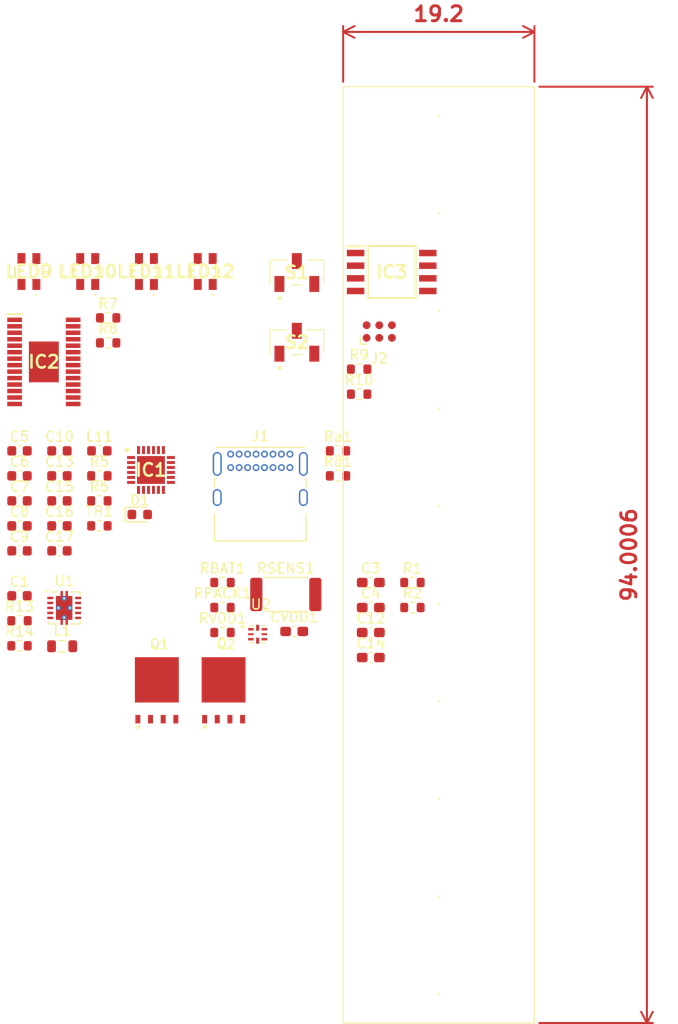
<source format=kicad_pcb>
(kicad_pcb (version 20241229) (generator "pcbnew") (generator_version "9.0")
  (layers (0 "F.Cu" signal) (2 "B.Cu" signal) (13 "F.Paste" user) (15 "B.Paste" user) (5 "F.SilkS" user "F.Silkscreen") (7 "B.SilkS" user "B.Silkscreen") (1 "F.Mask" user) (3 "B.Mask" user) (25 "Edge.Cuts" user))
  (net 0 "")
  (net 1 "FSYNC")
  (net 2 "/BQ25895M/Bat_Voltage")
  (net 3 "V3.3")
  (net 4 "CPOUT")
  (net 5 "/BQ25895M/TS")
  (net 6 "/BQ25895M/BTST")
  (net 7 "Net-(IC1-SW_1)")
  (net 8 "/BMS/PACK+")
  (net 9 "/BQ25895M/REGN")
  (net 10 "Net-(U11-REGOUT)")
  (net 11 "/BQ25895M/PMID")
  (net 12 "Net-(U2-VDD)")
  (net 13 "Net-(D1-A)")
  (net 15 "/BQ25895M/D-")
  (net 17 "/BQ25895M/D+")
  (net 18 "Net-(IC1-STAT)")
  (net 21 "Net-(IC1-ILIM)")
  (net 22 "Net-(IC2-LED1)")
  (net 23 "Net-(IC2-REXT)")
  (net 24 "Net-(IC2-LED3)")
  (net 25 "Net-(IC2-LED11)")
  (net 26 "Net-(IC2-LED2)")
  (net 27 "Net-(IC2-LED10)")
  (net 28 "/ATTiny/SCL")
  (net 30 "Net-(IC2-LED7)")
  (net 31 "Net-(IC2-LED5)")
  (net 32 "Net-(IC2-LED9)")
  (net 33 "Net-(IC2-LED4)")
  (net 34 "Net-(IC2-LED8)")
  (net 35 "Net-(IC2-LED6)")
  (net 36 "+3.3V")
  (net 37 "Net-(IC2-~{RESET})")
  (net 38 "/ATTiny/SDA")
  (net 42 "Net-(IC2-LED0)")
  (net 44 "/ATTiny/PIN_1")
  (net 45 "/ATTiny/PIN_6")
  (net 46 "/ATTiny/PIN_5")
  (net 47 "/ATTiny/PIN_7")
  (net 50 "Net-(J1-CC1)")
  (net 52 "Net-(J1-CC2)")
  (net 53 "Net-(U1-L2)")
  (net 54 "Net-(U1-L1)")
  (net 55 "Net-(U11-AUX_DA)")
  (net 56 "Net-(U11-AUX_CL)")
  (net 57 "Net-(U1-FB)")
  (net 58 "Net-(U2-BAT)")
  (net 59 "Net-(U2-PACK)")
  (net 60 "/BMS/BATT+")
  (net 61 "/BMS/BATT-")
  (net 64 "Net-(Q1-D)")
  (net 65 "Net-(Q1-G)")
  (net 66 "Net-(Q2-G)")
  (footprint "Capacitor_SMD:C_0603_1608Metric" (layer "F.Cu") (at 104.015 73.06)
    (property "Reference" "C10" (at 0 -1.43 0) (layer "F.SilkS"))
    (property "Value" "1u")
    (pad "1" smd roundrect (at -0.775 0) (size 0.9 0.95) (layers "F.Cu" "F.Mask" "F.Paste") (net 1 "FSYNC"))
    (pad "2" smd roundrect (at 0.775 0) (size 0.9 0.95) (layers "F.Cu" "F.Mask" "F.Paste") (net 9 "/BQ25895M/REGN"))
  )
  (footprint "Capacitor_SMD:C_0603_1608Metric_Pad1.08x0.95mm_HandSolder" (layer "F.Cu") (at 135.275 93.81)
    (property "Reference" "C14" (at 0 -1.43 0) (layer "F.SilkS"))
    (property "Value" "0.1u")
    (pad "1" smd roundrect (at -0.8625 0) (size 1.075 0.95) (layers "F.Cu" "F.Mask" "F.Paste") (net 10 "Net-(U11-REGOUT)"))
    (pad "2" smd roundrect (at 0.8625 0) (size 1.075 0.95) (layers "F.Cu" "F.Mask" "F.Paste") (net 1 "FSYNC"))
  )
  (footprint "Capacitor_SMD:C_0603_1608Metric_Pad1.08x0.95mm_HandSolder" (layer "F.Cu") (at 135.275 88.79)
    (property "Reference" "C4" (at 0 -1.43 0) (layer "F.SilkS"))
    (property "Value" "0.1u")
    (pad "1" smd roundrect (at -0.8625 0) (size 1.075 0.95) (layers "F.Cu" "F.Mask" "F.Paste") (net 1 "FSYNC"))
    (pad "2" smd roundrect (at 0.8625 0) (size 1.075 0.95) (layers "F.Cu" "F.Mask" "F.Paste") (net 4 "CPOUT"))
  )
  (footprint "custom:SOIC127P798X216-8N" (layer "F.Cu") (at 137.375 55.105)
    (property "Reference" "IC3" (at 0 0 0) (layer "F.SilkS") (effects (font (size 1.27 1.27) (thickness 0.254))))
    (property "Value" "ATTINY85-20SFR" (hide yes))
    (pad "1" smd rect (at -3.625 -1.905 90) (size 0.65 1.75) (layers "F.Cu" "F.Mask" "F.Paste") (net 44 "/ATTiny/PIN_1"))
    (pad "2" smd rect (at -3.625 -0.635 90) (size 0.65 1.75) (layers "F.Cu" "F.Mask" "F.Paste"))
    (pad "3" smd rect (at -3.625 0.635 90) (size 0.65 1.75) (layers "F.Cu" "F.Mask" "F.Paste"))
    (pad "4" smd rect (at -3.625 1.905 90) (size 0.65 1.75) (layers "F.Cu" "F.Mask" "F.Paste") (net 1 "FSYNC"))
    (pad "5" smd rect (at 3.625 1.905 90) (size 0.65 1.75) (layers "F.Cu" "F.Mask" "F.Paste") (net 46 "/ATTiny/PIN_5"))
    (pad "6" smd rect (at 3.625 0.635 90) (size 0.65 1.75) (layers "F.Cu" "F.Mask" "F.Paste") (net 45 "/ATTiny/PIN_6"))
    (pad "7" smd rect (at 3.625 -0.635 90) (size 0.65 1.75) (layers "F.Cu" "F.Mask" "F.Paste") (net 47 "/ATTiny/PIN_7"))
    (pad "8" smd rect (at 3.625 -1.905 90) (size 0.65 1.75) (layers "F.Cu" "F.Mask" "F.Paste") (net 36 "+3.3V"))
  )
  (footprint "Resistor_SMD:R_0603_1608Metric" (layer "F.Cu") (at 108.905 59.71)
    (property "Reference" "R7" (at 0 -1.43 0) (layer "F.SilkS"))
    (property "Value" "23")
    (pad "1" smd roundrect (at -0.825 0) (size 0.8 0.95) (layers "F.Cu" "F.Mask" "F.Paste") (net 1 "FSYNC"))
    (pad "2" smd roundrect (at 0.825 0) (size 0.8 0.95) (layers "F.Cu" "F.Mask" "F.Paste") (net 23 "Net-(IC2-REXT)"))
  )
  (footprint "Capacitor_SMD:C_0603_1608Metric" (layer "F.Cu") (at 100.005 75.57)
    (property "Reference" "C6" (at 0 -1.43 0) (layer "F.SilkS"))
    (property "Value" "1u")
    (pad "1" smd roundrect (at -0.775 0) (size 0.9 0.95) (layers "F.Cu" "F.Mask" "F.Paste") (net 5 "/BQ25895M/TS"))
    (pad "2" smd roundrect (at 0.775 0) (size 0.9 0.95) (layers "F.Cu" "F.Mask" "F.Paste") (net 1 "FSYNC"))
  )
  (footprint "custom:QFN50P400X400X80-25N-D" (layer "F.Cu") (at 113.205 74.98)
    (property "Reference" "IC1" (at 0 0 0) (layer "F.SilkS") (effects (font (size 1.27 1.27) (thickness 0.254))))
    (property "Value" "BQ25895MRTWT" (hide yes))
    (pad "1" smd rect (at -2 -1.25 90) (size 0.3 0.8) (layers "F.Cu" "F.Mask" "F.Paste") (net 5 "/BQ25895M/TS"))
    (pad "2" smd rect (at -2 -0.75 90) (size 0.3 0.8) (layers "F.Cu" "F.Mask" "F.Paste") (net 17 "/BQ25895M/D+"))
    (pad "3" smd rect (at -2 -0.25 90) (size 0.3 0.8) (layers "F.Cu" "F.Mask" "F.Paste") (net 15 "/BQ25895M/D-"))
    (pad "4" smd rect (at -2 0.25 90) (size 0.3 0.8) (layers "F.Cu" "F.Mask" "F.Paste") (net 18 "Net-(IC1-STAT)"))
    (pad "5" smd rect (at -2 0.75 90) (size 0.3 0.8) (layers "F.Cu" "F.Mask" "F.Paste"))
    (pad "6" smd rect (at -2 1.25 90) (size 0.3 0.8) (layers "F.Cu" "F.Mask" "F.Paste"))
    (pad "7" smd rect (at -1.25 2) (size 0.3 0.8) (layers "F.Cu" "F.Mask" "F.Paste"))
    (pad "8" smd rect (at -0.75 2) (size 0.3 0.8) (layers "F.Cu" "F.Mask" "F.Paste"))
    (pad "9" smd rect (at -0.25 2) (size 0.3 0.8) (layers "F.Cu" "F.Mask" "F.Paste") (net 1 "FSYNC"))
    (pad "10" smd rect (at 0.25 2) (size 0.3 0.8) (layers "F.Cu" "F.Mask" "F.Paste") (net 21 "Net-(IC1-ILIM)"))
    (pad "11" smd rect (at 0.75 2) (size 0.3 0.8) (layers "F.Cu" "F.Mask" "F.Paste") (net 5 "/BQ25895M/TS"))
    (pad "12" smd rect (at 1.25 2) (size 0.3 0.8) (layers "F.Cu" "F.Mask" "F.Paste") (net 1 "FSYNC"))
    (pad "13" smd rect (at 2 1.25 90) (size 0.3 0.8) (layers "F.Cu" "F.Mask" "F.Paste") (net 8 "/BMS/PACK+"))
    (pad "14" smd rect (at 2 0.75 90) (size 0.3 0.8) (layers "F.Cu" "F.Mask" "F.Paste") (net 8 "/BMS/PACK+"))
    (pad "15" smd rect (at 2 0.25 90) (size 0.3 0.8) (layers "F.Cu" "F.Mask" "F.Paste") (net 2 "/BQ25895M/Bat_Voltage"))
    (pad "16" smd rect (at 2 -0.25 90) (size 0.3 0.8) (layers "F.Cu" "F.Mask" "F.Paste") (net 2 "/BQ25895M/Bat_Voltage"))
    (pad "17" smd rect (at 2 -0.75 90) (size 0.3 0.8) (layers "F.Cu" "F.Mask" "F.Paste") (net 1 "FSYNC"))
    (pad "18" smd rect (at 2 -1.25 90) (size 0.3 0.8) (layers "F.Cu" "F.Mask" "F.Paste") (net 1 "FSYNC"))
    (pad "19" smd rect (at 1.25 -2) (size 0.3 0.8) (layers "F.Cu" "F.Mask" "F.Paste") (net 7 "Net-(IC1-SW_1)"))
    (pad "20" smd rect (at 0.75 -2) (size 0.3 0.8) (layers "F.Cu" "F.Mask" "F.Paste") (net 7 "Net-(IC1-SW_1)"))
    (pad "21" smd rect (at 0.25 -2) (size 0.3 0.8) (layers "F.Cu" "F.Mask" "F.Paste") (net 6 "/BQ25895M/BTST"))
    (pad "22" smd rect (at -0.25 -2) (size 0.3 0.8) (layers "F.Cu" "F.Mask" "F.Paste") (net 9 "/BQ25895M/REGN"))
    (pad "23" smd rect (at -0.75 -2) (size 0.3 0.8) (layers "F.Cu" "F.Mask" "F.Paste") (net 11 "/BQ25895M/PMID"))
    (pad "24" smd rect (at -1.25 -2) (size 0.3 0.8) (layers "F.Cu" "F.Mask" "F.Paste") (net 1 "FSYNC"))
    (pad "25" smd rect (at 0 0) (size 2.8 2.8) (layers "F.Cu" "F.Mask" "F.Paste") (net 1 "FSYNC"))
  )
  (footprint "Resistor_SMD:R_0603_1608Metric" (layer "F.Cu") (at 108.025 80.59)
    (property "Reference" "TH1" (at 0 -1.43 0) (layer "F.SilkS"))
    (property "Value" "Thermistor_NTC")
    (pad "1" smd roundrect (at -0.825 0) (size 0.8 0.95) (layers "F.Cu" "F.Mask" "F.Paste") (net 5 "/BQ25895M/TS"))
    (pad "2" smd roundrect (at 0.825 0) (size 0.8 0.95) (layers "F.Cu" "F.Mask" "F.Paste") (net 1 "FSYNC"))
  )
  (footprint "Resistor_SMD:R_0603_1608Metric" (layer "F.Cu") (at 120.385 91.3)
    (property "Reference" "RVDD1" (at 0 -1.43 0) (layer "F.SilkS"))
    (property "Value" "330")
    (pad "1" smd roundrect (at -0.825 0) (size 0.8 0.95) (layers "F.Cu" "F.Mask" "F.Paste") (net 8 "/BMS/PACK+"))
    (pad "2" smd roundrect (at 0.825 0) (size 0.8 0.95) (layers "F.Cu" "F.Mask" "F.Paste") (net 12 "Net-(U2-VDD)"))
  )
  (footprint "custom:MOSFET_BSC093N04LSGATMA1" (layer "F.Cu") (at 120.495 97.1)
    (property "Reference" "Q2" (at 0.25225 -4.61748 0) (layer "F.SilkS") (effects (font (size 0.949354 0.949354))))
    (property "Value" "Q_NMOS_Depletion_DSG")
    (pad "1" smd rect (at -1.905 2.9) (size 0.5 0.85) (layers "F.Cu" "F.Mask") (net 64 "Net-(Q1-D)"))
    (pad "2" smd rect (at -0.635 2.9) (size 0.5 0.85) (layers "F.Cu" "F.Mask") (net 8 "/BMS/PACK+"))
    (pad "3" smd rect (at 0.635 2.9) (size 0.5 0.85) (layers "F.Cu" "F.Mask") (net 66 "Net-(Q2-G)"))
    (pad "4" smd rect (at 1.905 2.9) (size 0.5 0.85) (layers "F.Cu" "F.Mask"))
    (pad "5" smd rect (at 0 -1.05) (size 4.41 4.55) (layers "F.Cu" "F.Mask"))
  )
  (footprint "Resistor_SMD:R_0603_1608Metric" (layer "F.Cu") (at 108.025 75.57)
    (property "Reference" "R5" (at 0 -1.43 0) (layer "F.SilkS"))
    (property "Value" "322")
    (pad "1" smd roundrect (at -0.825 0) (size 0.8 0.95) (layers "F.Cu" "F.Mask" "F.Paste") (net 21 "Net-(IC1-ILIM)"))
    (pad "2" smd roundrect (at 0.825 0) (size 0.8 0.95) (layers "F.Cu" "F.Mask" "F.Paste") (net 1 "FSYNC"))
  )
  (footprint "Resistor_SMD:R_0603_1608Metric" (layer "F.Cu") (at 108.025 78.08)
    (property "Reference" "R6" (at 0 -1.43 0) (layer "F.SilkS"))
    (property "Value" "2k2")
    (pad "1" smd roundrect (at -0.825 0) (size 0.8 0.95) (layers "F.Cu" "F.Mask" "F.Paste") (net 13 "Net-(D1-A)"))
    (pad "2" smd roundrect (at 0.825 0) (size 0.8 0.95) (layers "F.Cu" "F.Mask" "F.Paste") (net 18 "Net-(IC1-STAT)"))
  )
  (footprint "custom:LSE65FBBDA11" (layer "F.Cu") (at 112.75 55.055)
    (property "Reference" "LED11" (at 0 0 0) (layer "F.SilkS") (effects (font (size 1.27 1.27) (thickness 0.254))))
    (property "Value" "LS_E65F-BBDA-1-1" (hide yes))
    (pad "1" smd rect (at 0.75 1.3) (size 0.8 1.1) (layers "F.Cu" "F.Mask" "F.Paste") (net 32 "Net-(IC2-LED9)"))
    (pad "2" smd rect (at 0.75 -1.3) (size 0.8 1.1) (layers "F.Cu" "F.Mask" "F.Paste") (net 36 "+3.3V"))
    (pad "3" smd rect (at -0.75 1.3) (size 0.8 1.1) (layers "F.Cu" "F.Mask" "F.Paste") (net 36 "+3.3V"))
    (pad "4" smd rect (at -0.75 -1.3) (size 0.8 1.1) (layers "F.Cu" "F.Mask" "F.Paste") (net 36 "+3.3V"))
  )
  (footprint "Capacitor_SMD:C_0603_1608Metric" (layer "F.Cu") (at 104.015 75.57)
    (property "Reference" "C13" (at 0 -1.43 0) (layer "F.SilkS"))
    (property "Value" "4.7u")
    (pad "1" smd roundrect (at -0.775 0) (size 0.9 0.95) (layers "F.Cu" "F.Mask" "F.Paste") (net 1 "FSYNC"))
    (pad "2" smd roundrect (at 0.775 0) (size 0.9 0.95) (layers "F.Cu" "F.Mask" "F.Paste") (net 9 "/BQ25895M/REGN"))
  )
  (footprint "Inductor_SMD:L_0805_2012Metric" (layer "F.Cu") (at 104.285 92.68)
    (property "Reference" "L1" (at 0 -1.55 0) (layer "F.SilkS"))
    (property "Value" "2.2uH")
    (pad "1" smd roundrect (at -1.0625 0) (size 0.875 1.2) (layers "F.Cu" "F.Mask" "F.Paste") (net 54 "Net-(U1-L1)"))
    (pad "2" smd roundrect (at 1.0625 0) (size 0.875 1.2) (layers "F.Cu" "F.Mask" "F.Paste") (net 53 "Net-(U1-L2)"))
  )
  (footprint "Resistor_SMD:R_2512_6332Metric" (layer "F.Cu") (at 126.745 87.48)
    (property "Reference" "RSENS1" (at 0 -2.63 0) (layer "F.SilkS"))
    (property "Value" "322")
    (pad "1" smd roundrect (at -2.9625 0) (size 1.225 3.35) (layers "F.Cu" "F.Mask" "F.Paste") (roundrect_rratio 0.204082) (net 1 "FSYNC"))
    (pad "2" smd roundrect (at 2.9625 0) (size 1.225 3.35) (layers "F.Cu" "F.Mask" "F.Paste") (roundrect_rratio 0.204082) (net 61 "/BMS/BATT-"))
  )
  (footprint "Resistor_SMD:R_0603_1608Metric" (layer "F.Cu") (at 134.105 64.86)
    (property "Reference" "R9" (at 0 -1.43 0) (layer "F.SilkS"))
    (property "Value" "10k")
    (pad "1" smd roundrect (at -0.825 0) (size 0.8 0.95) (layers "F.Cu" "F.Mask" "F.Paste") (net 36 "+3.3V"))
    (pad "2" smd roundrect (at 0.825 0) (size 0.8 0.95) (layers "F.Cu" "F.Mask" "F.Paste") (net 28 "/ATTiny/SCL"))
  )
  (footprint "custom:LSE65FBBDA11" (layer "F.Cu") (at 118.65 55.055)
    (property "Reference" "LED12" (at 0 0 0) (layer "F.SilkS") (effects (font (size 1.27 1.27) (thickness 0.254))))
    (property "Value" "LS_E65F-BBDA-1-1" (hide yes))
    (pad "1" smd rect (at 0.75 1.3) (size 0.8 1.1) (layers "F.Cu" "F.Mask" "F.Paste") (net 34 "Net-(IC2-LED8)"))
    (pad "2" smd rect (at 0.75 -1.3) (size 0.8 1.1) (layers "F.Cu" "F.Mask" "F.Paste") (net 36 "+3.3V"))
    (pad "3" smd rect (at -0.75 1.3) (size 0.8 1.1) (layers "F.Cu" "F.Mask" "F.Paste") (net 36 "+3.3V"))
    (pad "4" smd rect (at -0.75 -1.3) (size 0.8 1.1) (layers "F.Cu" "F.Mask" "F.Paste") (net 36 "+3.3V"))
  )
  (footprint "Capacitor_SMD:C_0603_1608Metric" (layer "F.Cu") (at 104.015 80.59)
    (property "Reference" "C16" (at 0 -1.43 0) (layer "F.SilkS"))
    (property "Value" "10u")
    (pad "1" smd roundrect (at -0.775 0) (size 0.9 0.95) (layers "F.Cu" "F.Mask" "F.Paste") (net 2 "/BQ25895M/Bat_Voltage"))
    (pad "2" smd roundrect (at 0.775 0) (size 0.9 0.95) (layers "F.Cu" "F.Mask" "F.Paste") (net 1 "FSYNC"))
  )
  (footprint "custom:CAS120A1" (layer "F.Cu") (at 127.85 55.155)
    (property "Reference" "S1" (at 0 0 0) (layer "F.SilkS") (effects (font (size 1.27 1.27) (thickness 0.254))))
    (property "Value" "CAS-120A1" (hide yes))
    (pad "1" smd rect (at -1.75 1.15) (size 1 1.6) (layers "F.Cu" "F.Mask" "F.Paste") (net 46 "/ATTiny/PIN_5"))
    (pad "2" smd rect (at 0 -1.15) (size 1 1.6) (layers "F.Cu" "F.Mask" "F.Paste") (net 28 "/ATTiny/SCL"))
    (pad "3" smd rect (at 1.75 1.15) (size 1 1.6) (layers "F.Cu" "F.Mask" "F.Paste"))
  )
  (footprint "custom:LSE65FBBDA11" (layer "F.Cu") (at 100.95 55.055)
    (property "Reference" "LED9" (at 0 0 0) (layer "F.SilkS") (effects (font (size 1.27 1.27) (thickness 0.254))))
    (property "Value" "LS_E65F-BBDA-1-1" (hide yes))
    (pad "1" smd rect (at 0.75 1.3) (size 0.8 1.1) (layers "F.Cu" "F.Mask" "F.Paste") (net 25 "Net-(IC2-LED11)"))
    (pad "2" smd rect (at 0.75 -1.3) (size 0.8 1.1) (layers "F.Cu" "F.Mask" "F.Paste") (net 36 "+3.3V"))
    (pad "3" smd rect (at -0.75 1.3) (size 0.8 1.1) (layers "F.Cu" "F.Mask" "F.Paste") (net 36 "+3.3V"))
    (pad "4" smd rect (at -0.75 -1.3) (size 0.8 1.1) (layers "F.Cu" "F.Mask" "F.Paste") (net 36 "+3.3V"))
  )
  (footprint "custom:MOSFET_BSC093N04LSGATMA1" (layer "F.Cu") (at 113.795 97.1)
    (property "Reference" "Q1" (at 0.25225 -4.61748 0) (layer "F.SilkS") (effects (font (size 0.949354 0.949354))))
    (property "Value" "Q_NMOS_Depletion_DSG")
    (pad "1" smd rect (at -1.905 2.9) (size 0.5 0.85) (layers "F.Cu" "F.Mask") (net 64 "Net-(Q1-D)"))
    (pad "2" smd rect (at -0.635 2.9) (size 0.5 0.85) (layers "F.Cu" "F.Mask") (net 60 "/BMS/BATT+"))
    (pad "3" smd rect (at 0.635 2.9) (size 0.5 0.85) (layers "F.Cu" "F.Mask") (net 65 "Net-(Q1-G)"))
    (pad "4" smd rect (at 1.905 2.9) (size 0.5 0.85) (layers "F.Cu" "F.Mask"))
    (pad "5" smd rect (at 0 -1.05) (size 4.41 4.55) (layers "F.Cu" "F.Mask"))
  )
  (footprint "LED_SMD:LED_0603_1608Metric" (layer "F.Cu") (at 112.075 79.45)
    (property "Reference" "D1" (at 0 -1.43 0) (layer "F.SilkS"))
    (property "Value" "LED")
    (pad "1" smd roundrect (at -0.7875 0) (size 0.875 0.95) (layers "F.Cu" "F.Mask" "F.Paste") (net 2 "/BQ25895M/Bat_Voltage"))
    (pad "2" smd roundrect (at 0.7875 0) (size 0.875 0.95) (layers "F.Cu" "F.Mask" "F.Paste") (net 13 "Net-(D1-A)"))
  )
  (footprint "Capacitor_SMD:C_0603_1608Metric" (layer "F.Cu") (at 100.005 73.06)
    (property "Reference" "C5" (at 0 -1.43 0) (layer "F.SilkS"))
    (property "Value" "22u")
    (pad "1" smd roundrect (at -0.775 0) (size 0.9 0.95) (layers "F.Cu" "F.Mask" "F.Paste") (net 5 "/BQ25895M/TS"))
    (pad "2" smd roundrect (at 0.775 0) (size 0.9 0.95) (layers "F.Cu" "F.Mask" "F.Paste") (net 1 "FSYNC"))
  )
  (footprint "Resistor_SMD:R_0603_1608Metric" (layer "F.Cu") (at 120.385 88.79)
    (property "Reference" "RPACK1" (at 0 -1.43 0) (layer "F.SilkS"))
    (property "Value" "100k")
    (pad "1" smd roundrect (at -0.825 0) (size 0.8 0.95) (layers "F.Cu" "F.Mask" "F.Paste") (net 60 "/BMS/BATT+"))
    (pad "2" smd roundrect (at 0.825 0) (size 0.8 0.95) (layers "F.Cu" "F.Mask" "F.Paste") (net 59 "Net-(U2-PACK)"))
  )
  (footprint "Resistor_SMD:R_0603_1608Metric" (layer "F.Cu") (at 108.905 62.22)
    (property "Reference" "R8" (at 0 -1.43 0) (layer "F.SilkS"))
    (property "Value" "10k")
    (pad "1" smd roundrect (at -0.825 0) (size 0.8 0.95) (layers "F.Cu" "F.Mask" "F.Paste") (net 37 "Net-(IC2-~{RESET})"))
    (pad "2" smd roundrect (at 0.825 0) (size 0.8 0.95) (layers "F.Cu" "F.Mask" "F.Paste") (net 36 "+3.3V"))
  )
  (footprint "Package_SON:Texas_DRC0010J_ThermalVias" (layer "F.Cu") (at 104.49 88.83)
    (property "Reference" "U1" (at 0.02032 -2.7 0) (layer "F.SilkS"))
    (property "Value" "TPS63000-Q1")
    (pad "1" smd roundrect (at -1.4 -1) (size 0.6 0.24) (layers "F.Cu" "F.Mask" "F.Paste") (net 36 "+3.3V"))
    (pad "2" smd roundrect (at -1.4 -0.5) (size 0.6 0.24) (layers "F.Cu" "F.Mask" "F.Paste") (net 53 "Net-(U1-L2)"))
    (pad "3" smd roundrect (at -1.4 0) (size 0.6 0.24) (layers "F.Cu" "F.Mask" "F.Paste") (net 1 "FSYNC"))
    (pad "4" smd roundrect (at -1.4 0.5) (size 0.6 0.24) (layers "F.Cu" "F.Mask" "F.Paste") (net 54 "Net-(U1-L1)"))
    (pad "5" smd roundrect (at -1.4 1) (size 0.6 0.24) (layers "F.Cu" "F.Mask" "F.Paste") (net 2 "/BQ25895M/Bat_Voltage"))
    (pad "6" smd roundrect (at 1.4 1) (size 0.6 0.24) (layers "F.Cu" "F.Mask" "F.Paste") (net 2 "/BQ25895M/Bat_Voltage"))
    (pad "7" smd roundrect (at 1.4 0.5) (size 0.6 0.24) (layers "F.Cu" "F.Mask" "F.Paste") (net 2 "/BQ25895M/Bat_Voltage"))
    (pad "8" smd roundrect (at 1.4 0) (size 0.6 0.24) (layers "F.Cu" "F.Mask" "F.Paste") (net 2 "/BQ25895M/Bat_Voltage"))
    (pad "9" smd roundrect (at 1.4 -0.5) (size 0.6 0.24) (layers "F.Cu" "F.Mask" "F.Paste") (net 1 "FSYNC"))
    (pad "10" smd roundrect (at 1.4 -1) (size 0.6 0.24) (layers "F.Cu" "F.Mask" "F.Paste") (net 57 "Net-(U1-FB)"))
    (pad "11" thru_hole circle (at -0.575 0) (size 0.5 0.5) (drill 0.2) (layers "*.Cu") (net 1 "FSYNC"))
    (pad "11" thru_hole circle (at 0 -0.95) (size 0.5 0.5) (drill 0.2) (layers "*.Cu") (net 1 "FSYNC"))
    (pad "11" smd custom (at 0 0) (size 1.65 2.4) (layers "F.Cu" "F.Mask") (net 1 "FSYNC") (options (clearance outline) (anchor rect)) (primitives (gr_poly (pts (xy -0.125 -1.1) (xy 0.125 -1.1) (xy 0.125 -1.7) (xy 0.375 -1.7) (xy 0.375 1.7) (xy 0.125 1.7) (xy 0.125 1.1) (xy -0.125 1.1) (xy -0.125 1.7) (xy -0.375 1.7) (xy -0.375 -1.7) (xy -0.125 -1.7)) (width 0) (fill yes))))
    (pad "11" thru_hole circle (at 0 0.95) (size 0.5 0.5) (drill 0.2) (layers "*.Cu") (net 1 "FSYNC"))
    (pad "11" thru_hole circle (at 0.575 0) (size 0.5 0.5) (drill 0.2) (layers "*.Cu") (net 1 "FSYNC"))
  )
  (footprint "Capacitor_SMD:C_0603_1608Metric" (layer "F.Cu") (at 104.015 83.1)
    (property "Reference" "C17" (at 0 -1.43 0) (layer "F.SilkS"))
    (property "Value" "40u")
    (pad "1" smd roundrect (at -0.775 0) (size 0.9 0.95) (layers "F.Cu" "F.Mask" "F.Paste") (net 1 "FSYNC"))
    (pad "2" smd roundrect (at 0.775 0) (size 0.9 0.95) (layers "F.Cu" "F.Mask" "F.Paste") (net 11 "/BQ25895M/PMID"))
  )
  (footprint "Resistor_SMD:R_0603_1608Metric" (layer "F.Cu") (at 100.005 90.12)
    (property "Reference" "R13" (at 0 -1.43 0) (layer "F.SilkS"))
    (property "Value" "1M")
    (pad "1" smd roundrect (at -0.825 0) (size 0.8 0.95) (layers "F.Cu" "F.Mask" "F.Paste") (net 36 "+3.3V"))
    (pad "2" smd roundrect (at 0.825 0) (size 0.8 0.95) (layers "F.Cu" "F.Mask" "F.Paste") (net 57 "Net-(U1-FB)"))
  )
  (footprint "Resistor_SMD:R_0603_1608Metric" (layer "F.Cu") (at 100.005 92.63)
    (property "Reference" "R14" (at 0 -1.43 0) (layer "F.SilkS"))
    (property "Value" "178k")
    (pad "1" smd roundrect (at -0.825 0) (size 0.8 0.95) (layers "F.Cu" "F.Mask" "F.Paste") (net 57 "Net-(U1-FB)"))
    (pad "2" smd roundrect (at 0.825 0) (size 0.8 0.95) (layers "F.Cu" "F.Mask" "F.Paste") (net 1 "FSYNC"))
  )
  (footprint "Capacitor_SMD:C_0603_1608Metric" (layer "F.Cu") (at 100.005 78.08)
    (property "Reference" "C7" (at 0 -1.43 0) (layer "F.SilkS"))
    (property "Value" "4.7u")
    (pad "1" smd roundrect (at -0.775 0) (size 0.9 0.95) (layers "F.Cu" "F.Mask" "F.Paste") (net 6 "/BQ25895M/BTST"))
    (pad "2" smd roundrect (at 0.775 0) (size 0.9 0.95) (layers "F.Cu" "F.Mask" "F.Paste") (net 7 "Net-(IC1-SW_1)"))
  )
  (footprint "custom:CAS120A1" (layer "F.Cu") (at 127.85 62.155)
    (property "Reference" "S2" (at 0 0 0) (layer "F.SilkS") (effects (font (size 1.27 1.27) (thickness 0.254))))
    (property "Value" "CAS-120A1" (hide yes))
    (pad "1" smd rect (at -1.75 1.15) (size 1 1.6) (layers "F.Cu" "F.Mask" "F.Paste") (net 47 "/ATTiny/PIN_7"))
    (pad "2" smd rect (at 0 -1.15) (size 1 1.6) (layers "F.Cu" "F.Mask" "F.Paste") (net 38 "/ATTiny/SDA"))
    (pad "3" smd rect (at 1.75 1.15) (size 1 1.6) (layers "F.Cu" "F.Mask" "F.Paste"))
  )
  (footprint "Capacitor_SMD:C_0603_1608Metric" (layer "F.Cu") (at 104.015 78.08)
    (property "Reference" "C15" (at 0 -1.43 0) (layer "F.SilkS"))
    (property "Value" "10u")
    (pad "1" smd roundrect (at -0.775 0) (size 0.9 0.95) (layers "F.Cu" "F.Mask" "F.Paste") (net 2 "/BQ25895M/Bat_Voltage"))
    (pad "2" smd roundrect (at 0.775 0) (size 0.9 0.95) (layers "F.Cu" "F.Mask" "F.Paste") (net 1 "FSYNC"))
  )
  (footprint "Capacitor_SMD:C_0603_1608Metric" (layer "F.Cu") (at 100.005 83.1)
    (property "Reference" "C9" (at 0 -1.43 0) (layer "F.SilkS"))
    (property "Value" "22u")
    (pad "1" smd roundrect (at -0.775 0) (size 0.9 0.95) (layers "F.Cu" "F.Mask" "F.Paste") (net 5 "/BQ25895M/TS"))
    (pad "2" smd roundrect (at 0.775 0) (size 0.9 0.95) (layers "F.Cu" "F.Mask" "F.Paste") (net 1 "FSYNC"))
  )
  (footprint "custom:QFN50P150X150X40-8N" (layer "F.Cu") (at 123.91 91.47)
    (property "Reference" "U2" (at 0.322935 -2.991365 0) (layer "F.SilkS") (effects (font (size 1.002134 1.002134))))
    (property "Value" "BQ298xy")
    (pad "1" smd roundrect (at -0.675 -0.5) (size 0.55 0.25) (layers "F.Cu" "F.Mask" "F.Paste") (roundrect_rratio 0.125) (net 58 "Net-(U2-BAT)"))
    (pad "2" smd roundrect (at -0.675 0) (size 0.55 0.2) (layers "F.Cu" "F.Mask" "F.Paste") (roundrect_rratio 0.125) (net 12 "Net-(U2-VDD)"))
    (pad "3" smd roundrect (at -0.675 0.5) (size 0.55 0.25) (layers "F.Cu" "F.Mask" "F.Paste") (roundrect_rratio 0.125) (net 1 "FSYNC"))
    (pad "4" smd roundrect (at 0 0.65) (size 0.3 0.6) (layers "F.Cu" "F.Mask" "F.Paste") (roundrect_rratio 0.125) (net 61 "/BMS/BATT-"))
    (pad "5" smd roundrect (at 0.675 0.5) (size 0.55 0.25) (layers "F.Cu" "F.Mask" "F.Paste") (roundrect_rratio 0.125) (net 66 "Net-(Q2-G)"))
    (pad "6" smd roundrect (at 0.675 0) (size 0.55 0.2) (layers "F.Cu" "F.Mask" "F.Paste") (roundrect_rratio 0.125) (net 65 "Net-(Q1-G)"))
    (pad "7" smd roundrect (at 0.675 -0.5) (size 0.55 0.25) (layers "F.Cu" "F.Mask" "F.Paste") (roundrect_rratio 0.125) (net 59 "Net-(U2-PACK)"))
    (pad "8" smd roundrect (at 0 -0.65) (size 0.3 0.6) (layers "F.Cu" "F.Mask" "F.Paste") (roundrect_rratio 0.125) (net 61 "/BMS/BATT-"))
  )
  (footprint "Connector_USB:USB_C_Receptacle_GCT_USB4085" (layer "F.Cu") (at 121.205 73.39)
    (property "Reference" "J1" (at 2.975 -1.8 0) (layer "F.SilkS"))
    (property "Value" "USB_C_Receptacle_USB2.0_16P")
    (pad "A1" thru_hole circle (at 0 0) (size 0.7 0.7) (drill 0.4) (layers "*.Cu" "*.Mask") (net 1 "FSYNC"))
    (pad "A4" thru_hole circle (at 0.85 0) (size 0.7 0.7) (drill 0.4) (layers "*.Cu" "*.Mask") (net 5 "/BQ25895M/TS"))
    (pad "A5" thru_hole circle (at 1.7 0) (size 0.7 0.7) (drill 0.4) (layers "*.Cu" "*.Mask") (net 50 "Net-(J1-CC1)"))
    (pad "A6" thru_hole circle (at 2.55 0) (size 0.7 0.7) (drill 0.4) (layers "*.Cu" "*.Mask") (net 17 "/BQ25895M/D+"))
    (pad "A7" thru_hole circle (at 3.4 0) (size 0.7 0.7) (drill 0.4) (layers "*.Cu" "*.Mask") (net 15 "/BQ25895M/D-"))
    (pad "A8" thru_hole circle (at 4.25 0) (size 0.7 0.7) (drill 0.4) (layers "*.Cu" "*.Mask"))
    (pad "A9" thru_hole circle (at 5.1 0) (size 0.7 0.7) (drill 0.4) (layers "*.Cu" "*.Mask") (net 5 "/BQ25895M/TS"))
    (pad "A12" thru_hole circle (at 5.95 0) (size 0.7 0.7) (drill 0.4) (layers "*.Cu" "*.Mask") (net 1 "FSYNC"))
    (pad "B1" thru_hole circle (at 5.95 1.35) (size 0.7 0.7) (drill 0.4) (layers "*.Cu" "*.Mask") (net 1 "FSYNC"))
    (pad "B4" thru_hole circle (at 5.1 1.35) (size 0.7 0.7) (drill 0.4) (layers "*.Cu" "*.Mask") (net 5 "/BQ25895M/TS"))
    (pad "B5" thru_hole circle (at 4.25 1.35) (size 0.7 0.7) (drill 0.4) (layers "*.Cu" "*.Mask") (net 52 "Net-(J1-CC2)"))
    (pad "B6" thru_hole circle (at 3.4 1.35) (size 0.7 0.7) (drill 0.4) (layers "*.Cu" "*.Mask") (net 17 "/BQ25895M/D+"))
    (pad "B7" thru_hole circle (at 2.55 1.35) (size 0.7 0.7) (drill 0.4) (layers "*.Cu" "*.Mask") (net 15 "/BQ25895M/D-"))
    (pad "B8" thru_hole circle (at 1.7 1.35) (size 0.7 0.7) (drill 0.4) (layers "*.Cu" "*.Mask"))
    (pad "B9" thru_hole circle (at 0.85 1.35) (size 0.7 0.7) (drill 0.4) (layers "*.Cu" "*.Mask") (net 5 "/BQ25895M/TS"))
    (pad "B12" thru_hole circle (at 0 1.35) (size 0.7 0.7) (drill 0.4) (layers "*.Cu" "*.Mask") (net 1 "FSYNC"))
    (pad "S1" thru_hole oval (at -1.35 0.98) (size 0.9 2.4) (drill oval 0.6 2.1) (layers "*.Cu" "*.Mask") (net 1 "FSYNC"))
    (pad "S1" thru_hole oval (at -1.35 4.36) (size 0.9 1.7) (drill oval 0.6 1.4) (layers "*.Cu" "*.Mask") (net 1 "FSYNC"))
    (pad "S1" thru_hole oval (at 7.3 0.98) (size 0.9 2.4) (drill oval 0.6 2.1) (layers "*.Cu" "*.Mask") (net 1 "FSYNC"))
    (pad "S1" thru_hole oval (at 7.3 4.36) (size 0.9 1.7) (drill oval 0.6 1.4) (layers "*.Cu" "*.Mask") (net 1 "FSYNC"))
  )
  (footprint "Resistor_SMD:R_0603_1608Metric" (layer "F.Cu") (at 134.105 67.37)
    (property "Reference" "R10" (at 0 -1.43 0) (layer "F.SilkS"))
    (property "Value" "10k")
    (pad "1" smd roundrect (at -0.825 0) (size 0.8 0.95) (layers "F.Cu" "F.Mask" "F.Paste") (net 36 "+3.3V"))
    (pad "2" smd roundrect (at 0.825 0) (size 0.8 0.95) (layers "F.Cu" "F.Mask" "F.Paste") (net 38 "/ATTiny/SDA"))
  )
  (footprint "Resistor_SMD:R_0603_1608Metric" (layer "F.Cu") (at 139.455 88.79)
    (property "Reference" "R2" (at 0 -1.43 0) (layer "F.SilkS"))
    (property "Value" "4.7k")
    (pad "1" smd roundrect (at -0.825 0) (size 0.8 0.95) (layers "F.Cu" "F.Mask" "F.Paste") (net 56 "Net-(U11-AUX_CL)"))
    (pad "2" smd roundrect (at 0.825 0) (size 0.8 0.95) (layers "F.Cu" "F.Mask" "F.Paste") (net 3 "V3.3"))
  )
  (footprint "Resistor_SMD:R_0603_1608Metric" (layer "F.Cu") (at 120.385 86.28)
    (property "Reference" "RBAT1" (at 0 -1.43 0) (layer "F.SilkS"))
    (property "Value" "330")
    (pad "1" smd roundrect (at -0.825 0) (size 0.8 0.95) (layers "F.Cu" "F.Mask" "F.Paste") (net 8 "/BMS/PACK+"))
    (pad "2" smd roundrect (at 0.825 0) (size 0.8 0.95) (layers "F.Cu" "F.Mask" "F.Paste") (net 58 "Net-(U2-BAT)"))
  )
  (footprint "Capacitor_SMD:C_0603_1608Metric_Pad1.08x0.95mm_HandSolder" (layer "F.Cu") (at 135.275 91.3)
    (property "Reference" "C12" (at 0 -1.43 0) (layer "F.SilkS"))
    (property "Value" "0.1u")
    (pad "1" smd roundrect (at -0.8625 0) (size 1.075 0.95) (layers "F.Cu" "F.Mask" "F.Paste") (net 3 "V3.3"))
    (pad "2" smd roundrect (at 0.8625 0) (size 1.075 0.95) (layers "F.Cu" "F.Mask" "F.Paste") (net 1 "FSYNC"))
  )
  (footprint "Inductor_SMD:L_0603_1608Metric" (layer "F.Cu") (at 108.025 73.06)
    (property "Reference" "L11" (at 0 -1.43 0) (layer "F.SilkS"))
    (property "Value" "2.2u")
    (pad "1" smd roundrect (at -0.7875 0) (size 0.875 0.95) (layers "F.Cu" "F.Mask" "F.Paste") (net 7 "Net-(IC1-SW_1)"))
    (pad "2" smd roundrect (at 0.7875 0) (size 0.875 0.95) (layers "F.Cu" "F.Mask" "F.Paste") (net 2 "/BQ25895M/Bat_Voltage"))
  )
  (footprint "custom:LSE65FBBDA11" (layer "F.Cu") (at 106.85 55.055)
    (property "Reference" "LED10" (at 0 0 0) (layer "F.SilkS") (effects (font (size 1.27 1.27) (thickness 0.254))))
    (property "Value" "LS_E65F-BBDA-1-1" (hide yes))
    (pad "1" smd rect (at 0.75 1.3) (size 0.8 1.1) (layers "F.Cu" "F.Mask" "F.Paste") (net 27 "Net-(IC2-LED10)"))
    (pad "2" smd rect (at 0.75 -1.3) (size 0.8 1.1) (layers "F.Cu" "F.Mask" "F.Paste") (net 36 "+3.3V"))
    (pad "3" smd rect (at -0.75 1.3) (size 0.8 1.1) (layers "F.Cu" "F.Mask" "F.Paste") (net 36 "+3.3V"))
    (pad "4" smd rect (at -0.75 -1.3) (size 0.8 1.1) (layers "F.Cu" "F.Mask" "F.Paste") (net 36 "+3.3V"))
  )
  (footprint "Capacitor_SMD:C_0603_1608Metric_Pad1.08x0.95mm_HandSolder" (layer "F.Cu") (at 127.585 91.19)
    (property "Reference" "CVDD1" (at 0 -1.43 0) (layer "F.SilkS"))
    (property "Value" "0.1u")
    (pad "1" smd roundrect (at -0.8625 0) (size 1.075 0.95) (layers "F.Cu" "F.Mask" "F.Paste") (net 12 "Net-(U2-VDD)"))
    (pad "2" smd roundrect (at 0.8625 0) (size 1.075 0.95) (layers "F.Cu" "F.Mask" "F.Paste") (net 1 "FSYNC"))
  )
  (footprint "custom:SOP65P640X110-29N" (layer "F.Cu") (at 102.45 64.13)
    (property "Reference" "IC2" (at 0 0 0) (layer "F.SilkS") (effects (font (size 1.27 1.27) (thickness 0.254))))
    (property "Value" "PCA9955BTWJ" (hide yes))
    (pad "1" smd rect (at -2.938 -4.225 90) (size 0.45 1.475) (layers "F.Cu" "F.Mask" "F.Paste") (net 23 "Net-(IC2-REXT)"))
    (pad "2" smd rect (at -2.938 -3.575 90) (size 0.45 1.475) (layers "F.Cu" "F.Mask" "F.Paste") (net 36 "+3.3V"))
    (pad "3" smd rect (at -2.938 -2.925 90) (size 0.45 1.475) (layers "F.Cu" "F.Mask" "F.Paste") (net 1 "FSYNC"))
    (pad "4" smd rect (at -2.938 -2.275 90) (size 0.45 1.475) (layers "F.Cu" "F.Mask" "F.Paste") (net 1 "FSYNC"))
    (pad "5" smd rect (at -2.938 -1.625 90) (size 0.45 1.475) (layers "F.Cu" "F.Mask" "F.Paste") (net 1 "FSYNC"))
    (pad "6" smd rect (at -2.938 -0.975 90) (size 0.45 1.475) (layers "F.Cu" "F.Mask" "F.Paste") (net 42 "Net-(IC2-LED0)"))
    (pad "7" smd rect (at -2.938 -0.325 90) (size 0.45 1.475) (layers "F.Cu" "F.Mask" "F.Paste") (net 22 "Net-(IC2-LED1)"))
    (pad "8" smd rect (at -2.938 0.325 90) (size 0.45 1.475) (layers "F.Cu" "F.Mask" "F.Paste") (net 26 "Net-(IC2-LED2)"))
    (pad "9" smd rect (at -2.938 0.975 90) (size 0.45 1.475) (layers "F.Cu" "F.Mask" "F.Paste") (net 24 "Net-(IC2-LED3)"))
    (pad "10" smd rect (at -2.938 1.625 90) (size 0.45 1.475) (layers "F.Cu" "F.Mask" "F.Paste") (net 1 "FSYNC"))
    (pad "11" smd rect (at -2.938 2.275 90) (size 0.45 1.475) (layers "F.Cu" "F.Mask" "F.Paste") (net 33 "Net-(IC2-LED4)"))
    (pad "12" smd rect (at -2.938 2.925 90) (size 0.45 1.475) (layers "F.Cu" "F.Mask" "F.Paste") (net 31 "Net-(IC2-LED5)"))
    (pad "13" smd rect (at -2.938 3.575 90) (size 0.45 1.475) (layers "F.Cu" "F.Mask" "F.Paste") (net 35 "Net-(IC2-LED6)"))
    (pad "14" smd rect (at -2.938 4.225 90) (size 0.45 1.475) (layers "F.Cu" "F.Mask" "F.Paste") (net 30 "Net-(IC2-LED7)"))
    (pad "15" smd rect (at 2.938 4.225 90) (size 0.45 1.475) (layers "F.Cu" "F.Mask" "F.Paste") (net 34 "Net-(IC2-LED8)"))
    (pad "16" smd rect (at 2.938 3.575 90) (size 0.45 1.475) (layers "F.Cu" "F.Mask" "F.Paste") (net 32 "Net-(IC2-LED9)"))
    (pad "17" smd rect (at 2.938 2.925 90) (size 0.45 1.475) (layers "F.Cu" "F.Mask" "F.Paste") (net 27 "Net-(IC2-LED10)"))
    (pad "18" smd rect (at 2.938 2.275 90) (size 0.45 1.475) (layers "F.Cu" "F.Mask" "F.Paste") (net 25 "Net-(IC2-LED11)"))
    (pad "19" smd rect (at 2.938 1.625 90) (size 0.45 1.475) (layers "F.Cu" "F.Mask" "F.Paste") (net 1 "FSYNC"))
    (pad "20" smd rect (at 2.938 0.975 90) (size 0.45 1.475) (layers "F.Cu" "F.Mask" "F.Paste"))
    (pad "21" smd rect (at 2.938 0.325 90) (size 0.45 1.475) (layers "F.Cu" "F.Mask" "F.Paste"))
    (pad "22" smd rect (at 2.938 -0.325 90) (size 0.45 1.475) (layers "F.Cu" "F.Mask" "F.Paste"))
    (pad "23" smd rect (at 2.938 -0.975 90) (size 0.45 1.475) (layers "F.Cu" "F.Mask" "F.Paste"))
    (pad "24" smd rect (at 2.938 -1.625 90) (size 0.45 1.475) (layers "F.Cu" "F.Mask" "F.Paste") (net 1 "FSYNC"))
    (pad "25" smd rect (at 2.938 -2.275 90) (size 0.45 1.475) (layers "F.Cu" "F.Mask" "F.Paste") (net 37 "Net-(IC2-~{RESET})"))
    (pad "26" smd rect (at 2.938 -2.925 90) (size 0.45 1.475) (layers "F.Cu" "F.Mask" "F.Paste") (net 28 "/ATTiny/SCL"))
    (pad "27" smd rect (at 2.938 -3.575 90) (size 0.45 1.475) (layers "F.Cu" "F.Mask" "F.Paste") (net 38 "/ATTiny/SDA"))
    (pad "28" smd rect (at 2.938 -4.225 90) (size 0.45 1.475) (layers "F.Cu" "F.Mask" "F.Paste") (net 36 "+3.3V"))
    (pad "29" smd rect (at 0 0) (size 3 4.1) (layers "F.Cu" "F.Mask" "F.Paste") (net 1 "FSYNC"))
  )
  (footprint "Resistor_SMD:R_0603_1608Metric" (layer "F.Cu") (at 131.985 73.06)
    (property "Reference" "Ra1" (at 0 -1.43 0) (layer "F.SilkS"))
    (property "Value" "5k1")
    (pad "1" smd roundrect (at -0.825 0) (size 0.8 0.95) (layers "F.Cu" "F.Mask" "F.Paste") (net 50 "Net-(J1-CC1)"))
    (pad "2" smd roundrect (at 0.825 0) (size 0.8 0.95) (layers "F.Cu" "F.Mask" "F.Paste") (net 1 "FSYNC"))
  )
  (footprint "Resistor_SMD:R_0603_1608Metric" (layer "F.Cu") (at 139.455 86.28)
    (property "Reference" "R1" (at 0 -1.43 0) (layer "F.SilkS"))
    (property "Value" "4.7k7")
    (pad "1" smd roundrect (at -0.825 0) (size 0.8 0.95) (layers "F.Cu" "F.Mask" "F.Paste") (net 55 "Net-(U11-AUX_DA)"))
    (pad "2" smd roundrect (at 0.825 0) (size 0.8 0.95) (layers "F.Cu" "F.Mask" "F.Paste") (net 3 "V3.3"))
  )
  (footprint "Capacitor_SMD:C_0603_1608Metric_Pad1.08x0.95mm_HandSolder" (layer "F.Cu") (at 135.275 86.28)
    (property "Reference" "C3" (at 0 -1.43 0) (layer "F.SilkS"))
    (property "Value" "0.1u")
    (pad "1" smd roundrect (at -0.8625 0) (size 1.075 0.95) (layers "F.Cu" "F.Mask" "F.Paste") (net 3 "V3.3"))
    (pad "2" smd roundrect (at 0.8625 0) (size 1.075 0.95) (layers "F.Cu" "F.Mask" "F.Paste") (net 1 "FSYNC"))
  )
  (footprint "Capacitor_SMD:C_0603_1608Metric" (layer "F.Cu") (at 100.005 80.59)
    (property "Reference" "C8" (at 0 -1.43 0) (layer "F.SilkS"))
    (property "Value" "10u")
    (pad "1" smd roundrect (at -0.775 0) (size 0.9 0.95) (layers "F.Cu" "F.Mask" "F.Paste") (net 8 "/BMS/PACK+"))
    (pad "2" smd roundrect (at 0.775 0) (size 0.9 0.95) (layers "F.Cu" "F.Mask" "F.Paste") (net 1 "FSYNC"))
  )
  (footprint "Capacitor_SMD:C_0603_1608Metric" (layer "F.Cu") (at 100.005 87.61)
    (property "Reference" "C1" (at 0 -1.43 0) (layer "F.SilkS"))
    (property "Value" "10uF")
    (pad "1" smd roundrect (at -0.775 0) (size 0.9 0.95) (layers "F.Cu" "F.Mask" "F.Paste") (net 2 "/BQ25895M/Bat_Voltage"))
    (pad "2" smd roundrect (at 0.775 0) (size 0.9 0.95) (layers "F.Cu" "F.Mask" "F.Paste") (net 1 "FSYNC"))
  )
  (footprint "Resistor_SMD:R_0603_1608Metric" (layer "F.Cu") (at 131.985 75.57)
    (property "Reference" "Rd1" (at 0 -1.43 0) (layer "F.SilkS"))
    (property "Value" "5k1")
    (pad "1" smd roundrect (at -0.825 0) (size 0.8 0.95) (layers "F.Cu" "F.Mask" "F.Paste") (net 52 "Net-(J1-CC2)"))
    (pad "2" smd roundrect (at 0.825 0) (size 0.8 0.95) (layers "F.Cu" "F.Mask" "F.Paste") (net 1 "FSYNC"))
  )
  (footprint "Connector:Tag-Connect_TC2030-IDC-NL_2x03_P1.27mm_Vertical" (layer "F.Cu") (at 136.125 61.08)
    (property "Reference" "J2" (at 0 2.7 0) (layer "F.SilkS"))
    (property "Value" "Conn_ARM_SWD_TagConnect_TC2030-NL")
    (pad "" np_thru_hole circle (at -2.54 0) (size 0.9906 0.9906) (drill 0.9906) (layers "*.Cu" "*.Mask"))
    (pad "" np_thru_hole circle (at 2.54 -1.016) (size 0.9906 0.9906) (drill 0.9906) (layers "*.Cu" "*.Mask"))
    (pad "" np_thru_hole circle (at 2.54 1.016) (size 0.9906 0.9906) (drill 0.9906) (layers "*.Cu" "*.Mask"))
    (pad "1" connect circle (at -1.27 0.635) (size 0.7874 0.7874) (layers "F.Cu" "F.Mask") (net 36 "+3.3V"))
    (pad "2" connect circle (at -1.27 -0.635) (size 0.7874 0.7874) (layers "F.Cu" "F.Mask") (net 46 "/ATTiny/PIN_5"))
    (pad "3" connect circle (at 0 0.635) (size 0.7874 0.7874) (layers "F.Cu" "F.Mask") (net 44 "/ATTiny/PIN_1"))
    (pad "4" connect circle (at 0 -0.635) (size 0.7874 0.7874) (layers "F.Cu" "F.Mask") (net 47 "/ATTiny/PIN_7"))
    (pad "5" connect circle (at 1.27 0.635) (size 0.7874 0.7874) (layers "F.Cu" "F.Mask") (net 1 "FSYNC"))
    (pad "6" connect circle (at 1.27 -0.635) (size 0.7874 0.7874) (layers "F.Cu" "F.Mask") (net 45 "/ATTiny/PIN_6"))
  )
  (gr_poly (pts (xy 142.104289 49.13396) (xy 142.108555 49.134375) (xy 142.112794 49.135068) (xy 142.11699 49.136037) (xy 142.121131 49.137284) (xy 142.125203 49.138808) (xy 142.129191 49.140609) (xy 142.133081 49.142687) (xy 142.136825 49.145018) (xy 142.140378 49.147573) (xy 142.143733 49.150338) (xy 142.146883 49.153301) (xy 142.149821 49.156451) (xy 142.15254 49.159776) (xy 142.155033 49.163262) (xy 142.157293 49.1669) (xy 142.159313 49.170675) (xy 142.161086 49.174577) (xy 142.162606 49.178593) (xy 142.163865 49.182712) (xy 142.164856 49.18692) (xy 142.165573 49.191207) (xy 142.166008 49.195559) (xy 142.166155 49.199966) (xy 142.166118 49.202176) (xy 142.166008 49.204373) (xy 142.165826 49.206557) (xy 142.165573 49.208726) (xy 142.165249 49.210878) (xy 142.164856 49.213013) (xy 142.164394 49.215128) (xy 142.163865 49.217221) (xy 142.163268 49.219293) (xy 142.162606 49.22134) (xy 142.161878 49.223361) (xy 142.161086 49.225356) (xy 142.160231 49.227322) (xy 142.159313 49.229258) (xy 142.158333 49.231162) (xy 142.157293 49.233034) (xy 142.156192 49.23487) (xy 142.155033 49.236671) (xy 142.153815 49.238434) (xy 142.15254 49.240158) (xy 142.151208 49.241841) (xy 142.149821 49.243482) (xy 142.148379 49.24508) (xy 142.146883 49.246632) (xy 142.145334 49.248138) (xy 142.143733 49.249596) (xy 142.142081 49.251004) (xy 142.140378 49.252361) (xy 142.138626 49.253665) (xy 142.136825 49.254915) (xy 142.134977 49.256109) (xy 142.133081 49.257247) (xy 142.129191 49.259325) (xy 142.125203 49.261125) (xy 142.121131 49.262649) (xy 142.11699 49.263896) (xy 142.112794 49.264866) (xy 142.108555 49.265558) (xy 142.104289 49.265974) (xy 142.100009 49.266112) (xy 142.095728 49.265974) (xy 142.091462 49.265558) (xy 142.087224 49.264866) (xy 142.083027 49.263896) (xy 142.078886 49.262649) (xy 142.074814 49.261125) (xy 142.070826 49.259325) (xy 142.066935 49.257247) (xy 142.063191 49.254915) (xy 142.059639 49.252361) (xy 142.056284 49.249596) (xy 142.053134 49.246632) (xy 142.050196 49.243482) (xy 142.047478 49.240158) (xy 142.044985 49.236671) (xy 142.042725 49.233034) (xy 142.040705 49.229258) (xy 142.038931 49.225356) (xy 142.037412 49.22134) (xy 142.036153 49.217221) (xy 142.035161 49.213013) (xy 142.034445 49.208726) (xy 142.034009 49.204373) (xy 142.033863 49.199966) (xy 142.0339 49.197757) (xy 142.034009 49.195559) (xy 142.034191 49.193376) (xy 142.034445 49.191207) (xy 142.034768 49.189054) (xy 142.035161 49.18692) (xy 142.035623 49.184805) (xy 142.036153 49.182712) (xy 142.036749 49.18064) (xy 142.037412 49.178593) (xy 142.038139 49.176572) (xy 142.038931 49.174577) (xy 142.039787 49.172611) (xy 142.040705 49.170675) (xy 142.041684 49.168771) (xy 142.042725 49.1669) (xy 142.043825 49.165063) (xy 142.044985 49.163262) (xy 142.046203 49.161499) (xy 142.047478 49.159776) (xy 142.048809 49.158092) (xy 142.050196 49.156451) (xy 142.051638 49.154854) (xy 142.053134 49.153301) (xy 142.054683 49.151795) (xy 142.056284 49.150338) (xy 142.057936 49.14893) (xy 142.059639 49.147573) (xy 142.061391 49.146268) (xy 142.063191 49.145018) (xy 142.06504 49.143824) (xy 142.066935 49.142687) (xy 142.070826 49.140609) (xy 142.074814 49.138808) (xy 142.078886 49.137284) (xy 142.083027 49.136037) (xy 142.087224 49.135068) (xy 142.091462 49.134375) (xy 142.095728 49.13396) (xy 142.100009 49.133821)) (stroke (width 0.1)) (fill no) (layer "F.SilkS"))
  (gr_poly (pts (xy 142.104289 68.733926) (xy 142.108555 68.734341) (xy 142.112794 68.735034) (xy 142.11699 68.736003) (xy 142.121131 68.73725) (xy 142.125203 68.738773) (xy 142.129191 68.740573) (xy 142.133081 68.742651) (xy 142.136825 68.744983) (xy 142.140378 68.747537) (xy 142.143733 68.750303) (xy 142.146883 68.753266) (xy 142.149821 68.756417) (xy 142.15254 68.759742) (xy 142.155033 68.763229) (xy 142.157293 68.766867) (xy 142.159313 68.770644) (xy 142.161086 68.774547) (xy 142.162606 68.778564) (xy 142.163865 68.782684) (xy 142.164856 68.786895) (xy 142.165573 68.791183) (xy 142.166008 68.795538) (xy 142.166155 68.799948) (xy 142.166118 68.802159) (xy 142.166008 68.804357) (xy 142.165826 68.806543) (xy 142.165573 68.808713) (xy 142.165249 68.810866) (xy 142.164856 68.813002) (xy 142.164394 68.815118) (xy 142.163865 68.817212) (xy 142.163268 68.819284) (xy 142.162606 68.821332) (xy 142.161878 68.823355) (xy 142.161086 68.82535) (xy 142.160231 68.827316) (xy 142.159313 68.829253) (xy 142.158333 68.831157) (xy 142.157293 68.833029) (xy 142.156192 68.834866) (xy 142.155033 68.836667) (xy 142.153815 68.83843) (xy 142.15254 68.840154) (xy 142.151208 68.841838) (xy 142.149821 68.843479) (xy 142.148379 68.845077) (xy 142.146883 68.846629) (xy 142.145334 68.848135) (xy 142.143733 68.849593) (xy 142.142081 68.851001) (xy 142.140378 68.852358) (xy 142.138626 68.853662) (xy 142.136825 68.854912) (xy 142.134977 68.856107) (xy 142.133081 68.857244) (xy 142.129191 68.859322) (xy 142.125203 68.861123) (xy 142.121131 68.862647) (xy 142.11699 68.863894) (xy 142.112794 68.864864) (xy 142.108555 68.865556) (xy 142.104289 68.865972) (xy 142.100009 68.866111) (xy 142.095728 68.865972) (xy 142.091462 68.865556) (xy 142.087224 68.864864) (xy 142.083027 68.863894) (xy 142.078886 68.862647) (xy 142.074814 68.861123) (xy 142.070826 68.859322) (xy 142.066935 68.857244) (xy 142.063191 68.854912) (xy 142.059639 68.852358) (xy 142.056284 68.849593) (xy 142.053134 68.846629) (xy 142.050196 68.843479) (xy 142.047478 68.840154) (xy 142.044985 68.836667) (xy 142.042725 68.833029) (xy 142.040705 68.829253) (xy 142.038931 68.82535) (xy 142.037412 68.821332) (xy 142.036153 68.817212) (xy 142.035161 68.813002) (xy 142.034445 68.808713) (xy 142.034009 68.804357) (xy 142.033863 68.799948) (xy 142.0339 68.797737) (xy 142.034009 68.795538) (xy 142.034191 68.793353) (xy 142.034445 68.791183) (xy 142.034768 68.78903) (xy 142.035161 68.786895) (xy 142.035623 68.784779) (xy 142.036153 68.782684) (xy 142.036749 68.780612) (xy 142.037412 68.778564) (xy 142.038139 68.776542) (xy 142.038931 68.774547) (xy 142.039787 68.77258) (xy 142.040705 68.770644) (xy 142.041684 68.768739) (xy 142.042725 68.766867) (xy 142.043825 68.76503) (xy 142.044985 68.763229) (xy 142.046203 68.761466) (xy 142.047478 68.759742) (xy 142.048809 68.758058) (xy 142.050196 68.756417) (xy 142.051638 68.754819) (xy 142.053134 68.753266) (xy 142.054683 68.75176) (xy 142.056284 68.750303) (xy 142.057936 68.748894) (xy 142.059639 68.747537) (xy 142.061391 68.746233) (xy 142.063191 68.744983) (xy 142.06504 68.743788) (xy 142.066935 68.742651) (xy 142.070826 68.740573) (xy 142.074814 68.738773) (xy 142.078886 68.73725) (xy 142.083027 68.736003) (xy 142.087224 68.735034) (xy 142.091462 68.734341) (xy 142.095728 68.733926) (xy 142.100009 68.733787)) (stroke (width 0.1)) (fill no) (layer "F.SilkS"))
  (gr_line (start 151.700018 36.5) (end 132.5 36.5) (stroke (width 0.1)) (layer "F.SilkS"))
  (gr_poly (pts (xy 142.104289 127.53395) (xy 142.108555 127.534366) (xy 142.112794 127.535059) (xy 142.11699 127.536029) (xy 142.121131 127.537276) (xy 142.125203 127.5388) (xy 142.129191 127.540602) (xy 142.133081 127.542681) (xy 142.136825 127.545012) (xy 142.140378 127.547566) (xy 142.143733 127.550331) (xy 142.146883 127.553294) (xy 142.149821 127.556444) (xy 142.15254 127.559769) (xy 142.155033 127.563256) (xy 142.157293 127.566894) (xy 142.159313 127.570671) (xy 142.161086 127.574574) (xy 142.162606 127.578592) (xy 142.163865 127.582712) (xy 142.164856 127.586923) (xy 142.165573 127.591212) (xy 142.166008 127.595567) (xy 142.166155 127.599977) (xy 142.166118 127.602188) (xy 142.166008 127.604386) (xy 142.165826 127.606571) (xy 142.165573 127.60874) (xy 142.165249 127.610893) (xy 142.164856 127.613028) (xy 142.164394 127.615144) (xy 142.163865 127.617238) (xy 142.163268 127.61931) (xy 142.162606 127.621358) (xy 142.161878 127.62338) (xy 142.161086 127.625375) (xy 142.160231 127.627341) (xy 142.159313 127.629277) (xy 142.158333 127.631182) (xy 142.157293 127.633054) (xy 142.156192 127.63489) (xy 142.155033 127.636691) (xy 142.153815 127.638454) (xy 142.15254 127.640178) (xy 142.151208 127.641862) (xy 142.149821 127.643503) (xy 142.148379 127.645101) (xy 142.146883 127.646653) (xy 142.145334 127.648159) (xy 142.143733 127.649616) (xy 142.142081 127.651024) (xy 142.140378 127.652381) (xy 142.138626 127.653685) (xy 142.136825 127.654935) (xy 142.134977 127.656129) (xy 142.133081 127.657266) (xy 142.129191 127.659345) (xy 142.125203 127.661147) (xy 142.121131 127.662671) (xy 142.11699 127.663918) (xy 142.112794 127.664888) (xy 142.108555 127.665581) (xy 142.104289 127.665997) (xy 142.100009 127.666136) (xy 142.095728 127.665997) (xy 142.091462 127.665581) (xy 142.087224 127.664888) (xy 142.083027 127.663918) (xy 142.078886 127.662671) (xy 142.074814 127.661147) (xy 142.070826 127.659345) (xy 142.066935 127.657266) (xy 142.063191 127.654935) (xy 142.059639 127.652381) (xy 142.056284 127.649616) (xy 142.053134 127.646653) (xy 142.050196 127.643503) (xy 142.047478 127.640178) (xy 142.044985 127.636691) (xy 142.042725 127.633054) (xy 142.040705 127.629277) (xy 142.038931 127.625375) (xy 142.037412 127.621358) (xy 142.036153 127.617238) (xy 142.035161 127.613028) (xy 142.034445 127.60874) (xy 142.034009 127.604386) (xy 142.033863 127.599977) (xy 142.0339 127.597766) (xy 142.034009 127.595567) (xy 142.034191 127.593382) (xy 142.034445 127.591212) (xy 142.034768 127.589058) (xy 142.035161 127.586923) (xy 142.035623 127.584807) (xy 142.036153 127.582712) (xy 142.036749 127.58064) (xy 142.037412 127.578592) (xy 142.038139 127.576569) (xy 142.038931 127.574574) (xy 142.039787 127.572607) (xy 142.040705 127.570671) (xy 142.041684 127.568766) (xy 142.042725 127.566894) (xy 142.043825 127.565057) (xy 142.044985 127.563256) (xy 142.046203 127.561493) (xy 142.047478 127.559769) (xy 142.048809 127.558085) (xy 142.050196 127.556444) (xy 142.051638 127.554846) (xy 142.053134 127.553294) (xy 142.054683 127.551788) (xy 142.056284 127.550331) (xy 142.057936 127.548923) (xy 142.059639 127.547566) (xy 142.061391 127.546262) (xy 142.063191 127.545012) (xy 142.06504 127.543818) (xy 142.066935 127.542681) (xy 142.070826 127.540602) (xy 142.074814 127.5388) (xy 142.078886 127.537276) (xy 142.083027 127.536029) (xy 142.087224 127.535059) (xy 142.091462 127.534366) (xy 142.095728 127.53395) (xy 142.100009 127.533811)) (stroke (width 0.1)) (fill no) (layer "F.SilkS"))
  (gr_line (start 132.5 36.5) (end 132.5 130.500635) (stroke (width 0.1)) (layer "F.SilkS"))
  (gr_poly (pts (xy 142.104289 107.933919) (xy 142.108555 107.934334) (xy 142.112794 107.935027) (xy 142.11699 107.935996) (xy 142.121131 107.937243) (xy 142.125203 107.938766) (xy 142.129191 107.940567) (xy 142.133081 107.942644) (xy 142.136825 107.944977) (xy 142.140378 107.947532) (xy 142.143733 107.950297) (xy 142.146883 107.953262) (xy 142.149821 107.956412) (xy 142.15254 107.959738) (xy 142.155033 107.963225) (xy 142.157293 107.966863) (xy 142.159313 107.97064) (xy 142.161086 107.974543) (xy 142.162606 107.97856) (xy 142.163865 107.98268) (xy 142.164856 107.98689) (xy 142.165573 107.991178) (xy 142.166008 107.995532) (xy 142.166155 107.999941) (xy 142.166118 108.002152) (xy 142.166008 108.004351) (xy 142.165826 108.006536) (xy 142.165573 108.008706) (xy 142.165249 108.01086) (xy 142.164856 108.012995) (xy 142.164394 108.015111) (xy 142.163865 108.017206) (xy 142.163268 108.019278) (xy 142.162606 108.021326) (xy 142.161878 108.023349) (xy 142.161086 108.025344) (xy 142.160231 108.027311) (xy 142.159313 108.029247) (xy 142.158333 108.031152) (xy 142.157293 108.033024) (xy 142.156192 108.034861) (xy 142.155033 108.036662) (xy 142.153815 108.038425) (xy 142.15254 108.040149) (xy 142.151208 108.041833) (xy 142.149821 108.043474) (xy 142.148379 108.045071) (xy 142.146883 108.046624) (xy 142.145334 108.04813) (xy 142.143733 108.049587) (xy 142.142081 108.050995) (xy 142.140378 108.052352) (xy 142.138626 108.053656) (xy 142.136825 108.054906) (xy 142.134977 108.0561) (xy 142.133081 108.057237) (xy 142.129191 108.059316) (xy 142.125203 108.061118) (xy 142.121131 108.062642) (xy 142.11699 108.063889) (xy 142.112794 108.064859) (xy 142.108555 108.065552) (xy 142.104289 108.065968) (xy 142.100009 108.066107) (xy 142.095728 108.065968) (xy 142.091462 108.065552) (xy 142.087224 108.064859) (xy 142.083027 108.063889) (xy 142.078886 108.062642) (xy 142.074814 108.061118) (xy 142.070826 108.059316) (xy 142.066935 108.057237) (xy 142.063191 108.054906) (xy 142.059639 108.052352) (xy 142.056284 108.049587) (xy 142.053134 108.046624) (xy 142.050196 108.043474) (xy 142.047478 108.040149) (xy 142.044985 108.036662) (xy 142.042725 108.033024) (xy 142.040705 108.029247) (xy 142.038931 108.025344) (xy 142.037412 108.021326) (xy 142.036153 108.017206) (xy 142.035161 108.012995) (xy 142.034445 108.008706) (xy 142.034009 108.004351) (xy 142.033863 107.999941) (xy 142.0339 107.99773) (xy 142.034009 107.995532) (xy 142.034191 107.993347) (xy 142.034445 107.991178) (xy 142.034768 107.989025) (xy 142.035161 107.98689) (xy 142.035623 107.984774) (xy 142.036153 107.98268) (xy 142.036749 107.980608) (xy 142.037412 107.97856) (xy 142.038139 107.976538) (xy 142.038931 107.974543) (xy 142.039787 107.972576) (xy 142.040705 107.97064) (xy 142.041684 107.968735) (xy 142.042725 107.966863) (xy 142.043825 107.965026) (xy 142.044985 107.963225) (xy 142.046203 107.961462) (xy 142.047478 107.959738) (xy 142.048809 107.958054) (xy 142.050196 107.956412) (xy 142.051638 107.954814) (xy 142.053134 107.953262) (xy 142.054683 107.951755) (xy 142.056284 107.950297) (xy 142.057936 107.948889) (xy 142.059639 107.947532) (xy 142.061391 107.946227) (xy 142.063191 107.944977) (xy 142.06504 107.943782) (xy 142.066935 107.942644) (xy 142.070826 107.940567) (xy 142.074814 107.938766) (xy 142.078886 107.937243) (xy 142.083027 107.935996) (xy 142.087224 107.935027) (xy 142.091462 107.934334) (xy 142.095728 107.933919) (xy 142.100009 107.93378)) (stroke (width 0.1)) (fill no) (layer "F.SilkS"))
  (gr_poly (pts (xy 142.104289 39.333961) (xy 142.108555 39.334376) (xy 142.112794 39.335069) (xy 142.11699 39.336038) (xy 142.121131 39.337285) (xy 142.125203 39.338809) (xy 142.129191 39.34061) (xy 142.133081 39.342688) (xy 142.136825 39.345019) (xy 142.140378 39.347574) (xy 142.143733 39.350339) (xy 142.146883 39.353302) (xy 142.149821 39.356452) (xy 142.15254 39.359777) (xy 142.155033 39.363264) (xy 142.157293 39.366901) (xy 142.159313 39.370677) (xy 142.161086 39.374579) (xy 142.162606 39.378595) (xy 142.163865 39.382713) (xy 142.164856 39.386922) (xy 142.165573 39.391208) (xy 142.166008 39.395561) (xy 142.166155 39.399968) (xy 142.166118 39.402177) (xy 142.166008 39.404375) (xy 142.165826 39.406559) (xy 142.165573 39.408727) (xy 142.165249 39.41088) (xy 142.164856 39.413014) (xy 142.164394 39.415129) (xy 142.163865 39.417223) (xy 142.163268 39.419294) (xy 142.162606 39.421341) (xy 142.161878 39.423363) (xy 142.161086 39.425357) (xy 142.160231 39.427323) (xy 142.159313 39.429259) (xy 142.158333 39.431163) (xy 142.157293 39.433035) (xy 142.156192 39.434871) (xy 142.155033 39.436672) (xy 142.153815 39.438435) (xy 142.15254 39.440159) (xy 142.151208 39.441842) (xy 142.149821 39.443483) (xy 142.148379 39.445081) (xy 142.146883 39.446633) (xy 142.145334 39.448139) (xy 142.143733 39.449597) (xy 142.142081 39.451005) (xy 142.140378 39.452362) (xy 142.138626 39.453666) (xy 142.136825 39.454916) (xy 142.134977 39.456111) (xy 142.133081 39.457248) (xy 142.129191 39.459326) (xy 142.125203 39.461127) (xy 142.121131 39.462651) (xy 142.11699 39.463897) (xy 142.112794 39.464867) (xy 142.108555 39.46556) (xy 142.104289 39.465975) (xy 142.100009 39.466114) (xy 142.095728 39.465975) (xy 142.091462 39.46556) (xy 142.087224 39.464867) (xy 142.083027 39.463897) (xy 142.078886 39.462651) (xy 142.074814 39.461127) (xy 142.070826 39.459326) (xy 142.066935 39.457248) (xy 142.063191 39.454916) (xy 142.059639 39.452362) (xy 142.056284 39.449597) (xy 142.053134 39.446633) (xy 142.050196 39.443483) (xy 142.047478 39.440159) (xy 142.044985 39.436672) (xy 142.042725 39.433035) (xy 142.040705 39.429259) (xy 142.038931 39.425357) (xy 142.037412 39.421341) (xy 142.036153 39.417223) (xy 142.035161 39.413014) (xy 142.034445 39.408727) (xy 142.034009 39.404375) (xy 142.033863 39.399968) (xy 142.0339 39.397759) (xy 142.034009 39.395561) (xy 142.034191 39.393377) (xy 142.034445 39.391208) (xy 142.034768 39.389056) (xy 142.035161 39.386922) (xy 142.035623 39.384807) (xy 142.036153 39.382713) (xy 142.036749 39.380642) (xy 142.037412 39.378595) (xy 142.038139 39.376573) (xy 142.038931 39.374579) (xy 142.039787 39.372613) (xy 142.040705 39.370677) (xy 142.041684 39.368772) (xy 142.042725 39.366901) (xy 142.043825 39.365064) (xy 142.044985 39.363264) (xy 142.046203 39.361501) (xy 142.047478 39.359777) (xy 142.048809 39.358094) (xy 142.050196 39.356452) (xy 142.051638 39.354855) (xy 142.053134 39.353302) (xy 142.054683 39.351796) (xy 142.056284 39.350339) (xy 142.057936 39.348931) (xy 142.059639 39.347574) (xy 142.061391 39.34627) (xy 142.063191 39.345019) (xy 142.06504 39.343825) (xy 142.066935 39.342688) (xy 142.070826 39.34061) (xy 142.074814 39.338809) (xy 142.078886 39.337285) (xy 142.083027 39.336038) (xy 142.087224 39.335069) (xy 142.091462 39.334376) (xy 142.095728 39.333961) (xy 142.100009 39.333822)) (stroke (width 0.1)) (fill no) (layer "F.SilkS"))
  (gr_poly (pts (xy 142.104289 98.133936) (xy 142.108555 98.134352) (xy 142.112794 98.135044) (xy 142.11699 98.136014) (xy 142.121131 98.137261) (xy 142.125203 98.138785) (xy 142.129191 98.140586) (xy 142.133081 98.142664) (xy 142.136825 98.144996) (xy 142.140378 98.14755) (xy 142.143733 98.150315) (xy 142.146883 98.153279) (xy 142.149821 98.15643) (xy 142.15254 98.159755) (xy 142.155033 98.163242) (xy 142.157293 98.16688) (xy 142.159313 98.170657) (xy 142.161086 98.17456) (xy 142.162606 98.178577) (xy 142.163865 98.182697) (xy 142.164856 98.186908) (xy 142.165573 98.191196) (xy 142.166008 98.195551) (xy 142.166155 98.199961) (xy 142.166118 98.202172) (xy 142.166008 98.20437) (xy 142.165826 98.206556) (xy 142.165573 98.208726) (xy 142.165249 98.210879) (xy 142.164856 98.213015) (xy 142.164394 98.215131) (xy 142.163865 98.217225) (xy 142.163268 98.219297) (xy 142.162606 98.221345) (xy 142.161878 98.223368) (xy 142.161086 98.225363) (xy 142.160231 98.227329) (xy 142.159313 98.229266) (xy 142.158333 98.23117) (xy 142.157293 98.233042) (xy 142.156192 98.234879) (xy 142.155033 98.23668) (xy 142.153815 98.238443) (xy 142.15254 98.240167) (xy 142.151208 98.241851) (xy 142.149821 98.243492) (xy 142.148379 98.24509) (xy 142.146883 98.246642) (xy 142.145334 98.248148) (xy 142.143733 98.249606) (xy 142.142081 98.251014) (xy 142.140378 98.252371) (xy 142.138626 98.253675) (xy 142.136825 98.254925) (xy 142.134977 98.25612) (xy 142.133081 98.257257) (xy 142.129191 98.259335) (xy 142.125203 98.261136) (xy 142.121131 98.26266) (xy 142.11699 98.263907) (xy 142.112794 98.264877) (xy 142.108555 98.265569) (xy 142.104289 98.265985) (xy 142.100009 98.266124) (xy 142.095728 98.265985) (xy 142.091462 98.265569) (xy 142.087224 98.264877) (xy 142.083027 98.263907) (xy 142.078886 98.26266) (xy 142.074814 98.261136) (xy 142.070826 98.259335) (xy 142.066935 98.257257) (xy 142.063191 98.254925) (xy 142.059639 98.252371) (xy 142.056284 98.249606) (xy 142.053134 98.246642) (xy 142.050196 98.243492) (xy 142.047478 98.240167) (xy 142.044985 98.23668) (xy 142.042725 98.233042) (xy 142.040705 98.229266) (xy 142.038931 98.225363) (xy 142.037412 98.221345) (xy 142.036153 98.217225) (xy 142.035161 98.213015) (xy 142.034445 98.208726) (xy 142.034009 98.20437) (xy 142.033863 98.199961) (xy 142.0339 98.19775) (xy 142.034009 98.195551) (xy 142.034191 98.193366) (xy 142.034445 98.191196) (xy 142.034768 98.189043) (xy 142.035161 98.186908) (xy 142.035623 98.184792) (xy 142.036153 98.182697) (xy 142.036749 98.180625) (xy 142.037412 98.178577) (xy 142.038139 98.176555) (xy 142.038931 98.17456) (xy 142.039787 98.172593) (xy 142.040705 98.170657) (xy 142.041684 98.168752) (xy 142.042725 98.16688) (xy 142.043825 98.165043) (xy 142.044985 98.163242) (xy 142.046203 98.161479) (xy 142.047478 98.159755) (xy 142.048809 98.158071) (xy 142.050196 98.15643) (xy 142.051638 98.154832) (xy 142.053134 98.153279) (xy 142.054683 98.151773) (xy 142.056284 98.150315) (xy 142.057936 98.148907) (xy 142.059639 98.14755) (xy 142.061391 98.146246) (xy 142.063191 98.144996) (xy 142.06504 98.143801) (xy 142.066935 98.142664) (xy 142.070826 98.140586) (xy 142.074814 98.138785) (xy 142.078886 98.137261) (xy 142.083027 98.136014) (xy 142.087224 98.135044) (xy 142.091462 98.134352) (xy 142.095728 98.133936) (xy 142.100009 98.133797)) (stroke (width 0.1)) (fill no) (layer "F.SilkS"))
  (gr_poly (pts (xy 142.104289 78.53394) (xy 142.108555 78.534356) (xy 142.112794 78.535048) (xy 142.11699 78.536018) (xy 142.121131 78.537264) (xy 142.125203 78.538788) (xy 142.129191 78.540588) (xy 142.133081 78.542665) (xy 142.136825 78.544997) (xy 142.140378 78.547552) (xy 142.143733 78.550317) (xy 142.146883 78.553281) (xy 142.149821 78.556431) (xy 142.15254 78.559756) (xy 142.155033 78.563244) (xy 142.157293 78.566882) (xy 142.159313 78.570658) (xy 142.161086 78.574562) (xy 142.162606 78.578579) (xy 142.163865 78.582699) (xy 142.164856 78.586909) (xy 142.165573 78.591198) (xy 142.166008 78.595553) (xy 142.166155 78.599962) (xy 142.166118 78.602173) (xy 142.166008 78.604372) (xy 142.165826 78.606557) (xy 142.165573 78.608727) (xy 142.165249 78.610881) (xy 142.164856 78.613016) (xy 142.164394 78.615132) (xy 142.163865 78.617227) (xy 142.163268 78.619299) (xy 142.162606 78.621347) (xy 142.161878 78.623369) (xy 142.161086 78.625364) (xy 142.160231 78.627331) (xy 142.159313 78.629267) (xy 142.158333 78.631172) (xy 142.157293 78.633044) (xy 142.156192 78.634881) (xy 142.155033 78.636681) (xy 142.153815 78.638445) (xy 142.15254 78.640169) (xy 142.151208 78.641852) (xy 142.149821 78.643494) (xy 142.148379 78.645091) (xy 142.146883 78.646644) (xy 142.145334 78.64815) (xy 142.143733 78.649607) (xy 142.142081 78.651015) (xy 142.140378 78.652372) (xy 142.138626 78.653677) (xy 142.136825 78.654927) (xy 142.134977 78.656121) (xy 142.133081 78.657259) (xy 142.129191 78.659337) (xy 142.125203 78.661138) (xy 142.121131 78.662662) (xy 142.11699 78.663909) (xy 142.112794 78.664878) (xy 142.108555 78.665571) (xy 142.104289 78.665987) (xy 142.100009 78.666125) (xy 142.095728 78.665987) (xy 142.091462 78.665571) (xy 142.087224 78.664878) (xy 142.083027 78.663909) (xy 142.078886 78.662662) (xy 142.074814 78.661138) (xy 142.070826 78.659337) (xy 142.066935 78.657259) (xy 142.063191 78.654927) (xy 142.059639 78.652372) (xy 142.056284 78.649607) (xy 142.053134 78.646644) (xy 142.050196 78.643494) (xy 142.047478 78.640169) (xy 142.044985 78.636681) (xy 142.042725 78.633044) (xy 142.040705 78.629267) (xy 142.038931 78.625364) (xy 142.037412 78.621347) (xy 142.036153 78.617227) (xy 142.035161 78.613016) (xy 142.034445 78.608727) (xy 142.034009 78.604372) (xy 142.033863 78.599962) (xy 142.0339 78.597751) (xy 142.034009 78.595553) (xy 142.034191 78.593368) (xy 142.034445 78.591198) (xy 142.034768 78.589044) (xy 142.035161 78.586909) (xy 142.035623 78.584793) (xy 142.036153 78.582699) (xy 142.036749 78.580627) (xy 142.037412 78.578579) (xy 142.038139 78.576557) (xy 142.038931 78.574562) (xy 142.039787 78.572595) (xy 142.040705 78.570658) (xy 142.041684 78.568754) (xy 142.042725 78.566882) (xy 142.043825 78.565045) (xy 142.044985 78.563244) (xy 142.046203 78.561481) (xy 142.047478 78.559756) (xy 142.048809 78.558073) (xy 142.050196 78.556431) (xy 142.051638 78.554834) (xy 142.053134 78.553281) (xy 142.054683 78.551775) (xy 142.056284 78.550317) (xy 142.057936 78.548909) (xy 142.059639 78.547552) (xy 142.061391 78.546247) (xy 142.063191 78.544997) (xy 142.06504 78.543803) (xy 142.066935 78.542665) (xy 142.070826 78.540588) (xy 142.074814 78.538788) (xy 142.078886 78.537264) (xy 142.083027 78.536018) (xy 142.087224 78.535048) (xy 142.091462 78.534356) (xy 142.095728 78.53394) (xy 142.100009 78.533802)) (stroke (width 0.1)) (fill no) (layer "F.SilkS"))
  (gr_line (start 132.5 130.500635) (end 151.700018 130.500635) (stroke (width 0.1)) (layer "F.SilkS"))
  (gr_poly (pts (xy 142.104289 117.733937) (xy 142.108555 117.734353) (xy 142.112794 117.735045) (xy 142.11699 117.736015) (xy 142.121131 117.737261) (xy 142.125203 117.738784) (xy 142.129191 117.740585) (xy 142.133081 117.742662) (xy 142.136825 117.744993) (xy 142.140378 117.747547) (xy 142.143733 117.750312) (xy 142.146883 117.753276) (xy 142.149821 117.756426) (xy 142.15254 117.759751) (xy 142.155033 117.763238) (xy 142.157293 117.766876) (xy 142.159313 117.770653) (xy 142.161086 117.774556) (xy 142.162606 117.778573) (xy 142.163865 117.782694) (xy 142.164856 117.786904) (xy 142.165573 117.791193) (xy 142.166008 117.795549) (xy 142.166155 117.799959) (xy 142.166118 117.80217) (xy 142.166008 117.804369) (xy 142.165826 117.806554) (xy 142.165573 117.808724) (xy 142.165249 117.810878) (xy 142.164856 117.813013) (xy 142.164394 117.815129) (xy 142.163865 117.817223) (xy 142.163268 117.819295) (xy 142.162606 117.821343) (xy 142.161878 117.823365) (xy 142.161086 117.82536) (xy 142.160231 117.827327) (xy 142.159313 117.829263) (xy 142.158333 117.831168) (xy 142.157293 117.833039) (xy 142.156192 117.834876) (xy 142.155033 117.836677) (xy 142.153815 117.83844) (xy 142.15254 117.840164) (xy 142.151208 117.841847) (xy 142.149821 117.843489) (xy 142.148379 117.845086) (xy 142.146883 117.846639) (xy 142.145334 117.848145) (xy 142.143733 117.849603) (xy 142.142081 117.851011) (xy 142.140378 117.852368) (xy 142.138626 117.853673) (xy 142.136825 117.854923) (xy 142.134977 117.856118) (xy 142.133081 117.857256) (xy 142.129191 117.859333) (xy 142.125203 117.861133) (xy 142.121131 117.862657) (xy 142.11699 117.863903) (xy 142.112794 117.864873) (xy 142.108555 117.865565) (xy 142.104289 117.865981) (xy 142.100009 117.866119) (xy 142.095728 117.865981) (xy 142.091462 117.865565) (xy 142.087224 117.864873) (xy 142.083027 117.863903) (xy 142.078886 117.862657) (xy 142.074814 117.861133) (xy 142.070826 117.859333) (xy 142.066935 117.857256) (xy 142.063191 117.854923) (xy 142.059639 117.852368) (xy 142.056284 117.849603) (xy 142.053134 117.846639) (xy 142.050196 117.843489) (xy 142.047478 117.840164) (xy 142.044985 117.836677) (xy 142.042725 117.833039) (xy 142.040705 117.829263) (xy 142.038931 117.82536) (xy 142.037412 117.821343) (xy 142.036153 117.817223) (xy 142.035161 117.813013) (xy 142.034445 117.808724) (xy 142.034009 117.804369) (xy 142.033863 117.799959) (xy 142.0339 117.797748) (xy 142.034009 117.795549) (xy 142.034191 117.793364) (xy 142.034445 117.791193) (xy 142.034768 117.78904) (xy 142.035161 117.786904) (xy 142.035623 117.784788) (xy 142.036153 117.782694) (xy 142.036749 117.780621) (xy 142.037412 117.778573) (xy 142.038139 117.776551) (xy 142.038931 117.774556) (xy 142.039787 117.772589) (xy 142.040705 117.770653) (xy 142.041684 117.768748) (xy 142.042725 117.766876) (xy 142.043825 117.765039) (xy 142.044985 117.763238) (xy 142.046203 117.761475) (xy 142.047478 117.759751) (xy 142.048809 117.758067) (xy 142.050196 117.756426) (xy 142.051638 117.754828) (xy 142.053134 117.753276) (xy 142.054683 117.75177) (xy 142.056284 117.750312) (xy 142.057936 117.748904) (xy 142.059639 117.747547) (xy 142.061391 117.746243) (xy 142.063191 117.744993) (xy 142.06504 117.743799) (xy 142.066935 117.742662) (xy 142.070826 117.740585) (xy 142.074814 117.738784) (xy 142.078886 117.737261) (xy 142.083027 117.736015) (xy 142.087224 117.735045) (xy 142.091462 117.734353) (xy 142.095728 117.733937) (xy 142.100009 117.733799)) (stroke (width 0.1)) (fill no) (layer "F.SilkS"))
  (gr_line (start 151.700018 130.500635) (end 151.700018 36.5) (stroke (width 0.1)) (layer "F.SilkS"))
  (gr_poly (pts (xy 142.104289 58.933942) (xy 142.108555 58.934358) (xy 142.112794 58.93505) (xy 142.11699 58.93602) (xy 142.121131 58.937267) (xy 142.125203 58.93879) (xy 142.129191 58.940591) (xy 142.133081 58.942669) (xy 142.136825 58.945001) (xy 142.140378 58.947555) (xy 142.143733 58.95032) (xy 142.146883 58.953284) (xy 142.149821 58.956434) (xy 142.15254 58.959759) (xy 142.155033 58.963247) (xy 142.157293 58.966885) (xy 142.159313 58.970661) (xy 142.161086 58.974564) (xy 142.162606 58.978582) (xy 142.163865 58.982701) (xy 142.164856 58.986912) (xy 142.165573 58.991201) (xy 142.166008 58.995556) (xy 142.166155 58.999965) (xy 142.166118 59.002176) (xy 142.166008 59.004375) (xy 142.165826 59.00656) (xy 142.165573 59.00873) (xy 142.165249 59.010884) (xy 142.164856 59.013019) (xy 142.164394 59.015135) (xy 142.163865 59.017229) (xy 142.163268 59.019301) (xy 142.162606 59.021349) (xy 142.161878 59.023372) (xy 142.161086 59.025367) (xy 142.160231 59.027333) (xy 142.159313 59.02927) (xy 142.158333 59.031175) (xy 142.157293 59.033046) (xy 142.156192 59.034883) (xy 142.155033 59.036684) (xy 142.153815 59.038448) (xy 142.15254 59.040172) (xy 142.151208 59.041855) (xy 142.149821 59.043497) (xy 142.148379 59.045094) (xy 142.146883 59.046647) (xy 142.145334 59.048153) (xy 142.143733 59.049611) (xy 142.142081 59.051019) (xy 142.140378 59.052376) (xy 142.138626 59.05368) (xy 142.136825 59.05493) (xy 142.134977 59.056125) (xy 142.133081 59.057262) (xy 142.129191 59.05934) (xy 142.125203 59.061141) (xy 142.121131 59.062664) (xy 142.11699 59.063911) (xy 142.112794 59.06488) (xy 142.108555 59.065573) (xy 142.104289 59.065989) (xy 142.100009 59.066127) (xy 142.095728 59.065989) (xy 142.091462 59.065573) (xy 142.087224 59.06488) (xy 142.083027 59.063911) (xy 142.078886 59.062664) (xy 142.074814 59.061141) (xy 142.070826 59.05934) (xy 142.066935 59.057262) (xy 142.063191 59.05493) (xy 142.059639 59.052376) (xy 142.056284 59.049611) (xy 142.053134 59.046647) (xy 142.050196 59.043497) (xy 142.047478 59.040172) (xy 142.044985 59.036684) (xy 142.042725 59.033046) (xy 142.040705 59.02927) (xy 142.038931 59.025367) (xy 142.037412 59.021349) (xy 142.036153 59.017229) (xy 142.035161 59.013019) (xy 142.034445 59.00873) (xy 142.034009 59.004375) (xy 142.033863 58.999965) (xy 142.0339 58.997755) (xy 142.034009 58.995556) (xy 142.034191 58.993371) (xy 142.034445 58.991201) (xy 142.034768 58.989047) (xy 142.035161 58.986912) (xy 142.035623 58.984796) (xy 142.036153 58.982701) (xy 142.036749 58.980629) (xy 142.037412 58.978582) (xy 142.038139 58.976559) (xy 142.038931 58.974564) (xy 142.039787 58.972598) (xy 142.040705 58.970661) (xy 142.041684 58.968756) (xy 142.042725 58.966885) (xy 142.043825 58.965048) (xy 142.044985 58.963247) (xy 142.046203 58.961483) (xy 142.047478 58.959759) (xy 142.048809 58.958076) (xy 142.050196 58.956434) (xy 142.051638 58.954837) (xy 142.053134 58.953284) (xy 142.054683 58.951778) (xy 142.056284 58.95032) (xy 142.057936 58.948912) (xy 142.059639 58.947555) (xy 142.061391 58.946251) (xy 142.063191 58.945001) (xy 142.06504 58.943806) (xy 142.066935 58.942669) (xy 142.070826 58.940591) (xy 142.074814 58.93879) (xy 142.078886 58.937267) (xy 142.083027 58.93602) (xy 142.087224 58.93505) (xy 142.091462 58.934358) (xy 142.095728 58.933942) (xy 142.100009 58.933804)) (stroke (width 0.1)) (fill no) (layer "F.SilkS"))
  (gr_poly (pts (xy 142.104289 88.333956) (xy 142.108555 88.334371) (xy 142.112794 88.335064) (xy 142.11699 88.336034) (xy 142.121131 88.337281) (xy 142.125203 88.338805) (xy 142.129191 88.340606) (xy 142.133081 88.342684) (xy 142.136825 88.345015) (xy 142.140378 88.347569) (xy 142.143733 88.350334) (xy 142.146883 88.353297) (xy 142.149821 88.356447) (xy 142.15254 88.359772) (xy 142.155033 88.363259) (xy 142.157293 88.366897) (xy 142.159313 88.370673) (xy 142.161086 88.374576) (xy 142.162606 88.378594) (xy 142.163865 88.382713) (xy 142.164856 88.386924) (xy 142.165573 88.391212) (xy 142.166008 88.395567) (xy 142.166155 88.399977) (xy 142.166118 88.402188) (xy 142.166008 88.404386) (xy 142.165826 88.406572) (xy 142.165573 88.408742) (xy 142.165249 88.410896) (xy 142.164856 88.413031) (xy 142.164394 88.415147) (xy 142.163865 88.417242) (xy 142.163268 88.419314) (xy 142.162606 88.421362) (xy 142.161878 88.423384) (xy 142.161086 88.42538) (xy 142.160231 88.427346) (xy 142.159313 88.429283) (xy 142.158333 88.431188) (xy 142.157293 88.433059) (xy 142.156192 88.434897) (xy 142.155033 88.436698) (xy 142.153815 88.438461) (xy 142.15254 88.440185) (xy 142.151208 88.441868) (xy 142.149821 88.44351) (xy 142.148379 88.445107) (xy 142.146883 88.44666) (xy 142.145334 88.448166) (xy 142.143733 88.449623) (xy 142.142081 88.451031) (xy 142.140378 88.452388) (xy 142.138626 88.453692) (xy 142.136825 88.454942) (xy 142.134977 88.456136) (xy 142.133081 88.457273) (xy 142.129191 88.459351) (xy 142.125203 88.461152) (xy 142.121131 88.462676) (xy 142.11699 88.463923) (xy 142.112794 88.464893) (xy 142.108555 88.465585) (xy 142.104289 88.466001) (xy 142.100009 88.46614) (xy 142.095728 88.466001) (xy 142.091462 88.465585) (xy 142.087224 88.464893) (xy 142.083027 88.463923) (xy 142.078886 88.462676) (xy 142.074814 88.461152) (xy 142.070826 88.459351) (xy 142.066935 88.457273) (xy 142.063191 88.454942) (xy 142.059639 88.452388) (xy 142.056284 88.449623) (xy 142.053134 88.44666) (xy 142.050196 88.44351) (xy 142.047478 88.440185) (xy 142.044985 88.436698) (xy 142.042725 88.433059) (xy 142.040705 88.429283) (xy 142.038931 88.42538) (xy 142.037412 88.421362) (xy 142.036153 88.417242) (xy 142.035161 88.413031) (xy 142.034445 88.408742) (xy 142.034009 88.404386) (xy 142.033863 88.399977) (xy 142.0339 88.397766) (xy 142.034009 88.395567) (xy 142.034191 88.393382) (xy 142.034445 88.391212) (xy 142.034768 88.389059) (xy 142.035161 88.386924) (xy 142.035623 88.384808) (xy 142.036153 88.382713) (xy 142.036749 88.380641) (xy 142.037412 88.378594) (xy 142.038139 88.376571) (xy 142.038931 88.374576) (xy 142.039787 88.37261) (xy 142.040705 88.370673) (xy 142.041684 88.368769) (xy 142.042725 88.366897) (xy 142.043825 88.36506) (xy 142.044985 88.363259) (xy 142.046203 88.361496) (xy 142.047478 88.359772) (xy 142.048809 88.358088) (xy 142.050196 88.356447) (xy 142.051638 88.354849) (xy 142.053134 88.353297) (xy 142.054683 88.351791) (xy 142.056284 88.350334) (xy 142.057936 88.348926) (xy 142.059639 88.347569) (xy 142.061391 88.346265) (xy 142.063191 88.345015) (xy 142.06504 88.343821) (xy 142.066935 88.342684) (xy 142.070826 88.340606) (xy 142.074814 88.338805) (xy 142.078886 88.337281) (xy 142.083027 88.336034) (xy 142.087224 88.335064) (xy 142.091462 88.334371) (xy 142.095728 88.333956) (xy 142.100009 88.333817)) (stroke (width 0.1)) (fill no) (layer "F.SilkS"))
  (dimension (type orthogonal) (layer "F.Cu") (pts (xy 151.700018 36.5) (xy 151.700018 130.500635)) (height 11.299982) (orientation 1) (format (prefix "") (suffix "") (units 3) (units_format 0) (precision 4) (suppress_zeroes yes)) (style (thickness 0.2) (arrow_length 1.27) (text_position_mode 0) (arrow_direction outward) (extension_height 0.58642) (extension_offset 0.5) (keep_text_aligned yes)) (gr_text "94,0006" (at 161.2 83.500318 90) (layer "F.Cu") (effects (font (size 1.5 1.5) (thickness 0.3)))))
  (dimension (type orthogonal) (layer "F.Cu") (pts (xy 132.5 36.5) (xy 151.700018 36.5)) (height -5.5) (orientation 0) (format (prefix "") (suffix "") (units 3) (units_format 0) (precision 4) (suppress_zeroes yes)) (style (thickness 0.2) (arrow_length 1.27) (text_position_mode 0) (arrow_direction outward) (extension_height 0.58642) (extension_offset 0.5) (keep_text_aligned yes)) (gr_text "19,2" (at 142.100009 29.2 0) (layer "F.Cu") (effects (font (size 1.5 1.5) (thickness 0.3)))))
)
</source>
